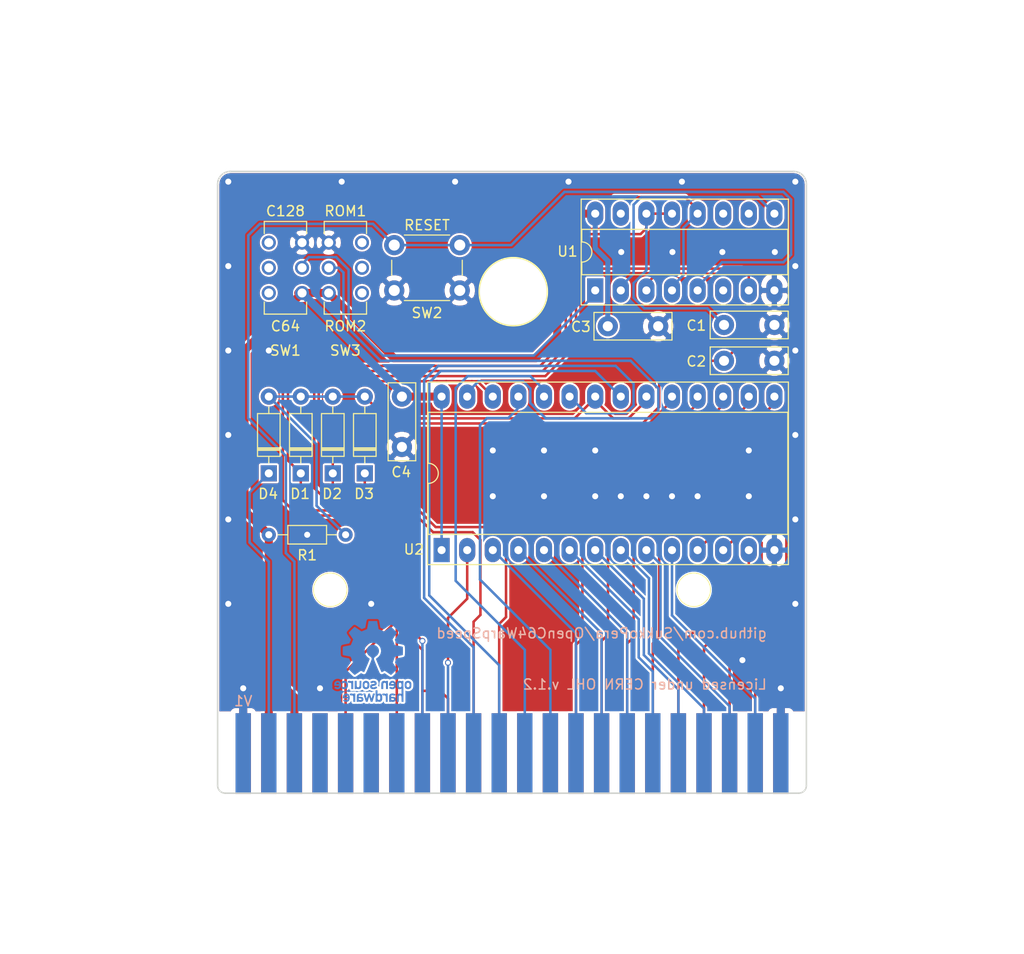
<source format=kicad_pcb>
(kicad_pcb (version 20171130) (host pcbnew 5.1.7)
  (title_block (title OpenC64WarpSpeed) (date 2020-10-25) (rev 1) (company SukkoPera) (comment 1 "Licensed under CERN OHL v.1.2") (comment 2 "Based on documentation provided by replay resources"))
  (layers (0 F.Cu signal) (31 B.Cu signal) (36 B.SilkS user) (37 F.SilkS user) (38 B.Mask user) (39 F.Mask user) (44 Edge.Cuts user))
  (net 0 "")
  (net 1 GND)
  (net 2 +5V)
  (net 3 "Net-(D1-Pad2)")
  (net 4 "Net-(C1-Pad1)")
  (net 5 "Net-(C2-Pad1)")
  (net 6 /~roml)
  (net 7 /~romh)
  (net 8 "Net-(P1-Pad5)")
  (net 9 "Net-(P1-Pad8)")
  (net 10 /d7)
  (net 11 /d6)
  (net 12 /d5)
  (net 13 /d4)
  (net 14 /d3)
  (net 15 /d2)
  (net 16 /d1)
  (net 17 /d0)
  (net 18 /a13)
  (net 19 /a12)
  (net 20 /a11)
  (net 21 /a10)
  (net 22 "Net-(P1-PadC)")
  (net 23 /a4)
  (net 24 /a3)
  (net 25 /a2)
  (net 26 /a1)
  (net 27 /a0)
  (net 28 /a7)
  (net 29 /a6)
  (net 30 /a5)
  (net 31 /a8)
  (net 32 /a9)
  (net 33 "Net-(SW1-Pad2)")
  (net 34 "Net-(U1-Pad2)")
  (net 35 "Net-(SW3-Pad2)")
  (module Diode_THT:D_DO-35_SOD27_P7.62mm_Horizontal (layer F.Cu) (at 67.945 97.79 90)
    (fp_text reference D1 (at -2.032 -0.0675 180) (layer F.SilkS))
    (fp_text value 1n4148)
    (pad 2 thru_hole oval (at 7.62 0 90) (size 1.6 1.6) (drill 0.8) (layers *.Cu *.Mask) (net 3 "Net-(D1-Pad2)"))
    (pad 1 thru_hole rect (at 0 0 90) (size 1.6 1.6) (drill 0.8) (layers *.Cu *.Mask) (net 4 "Net-(C1-Pad1)"))
  )
  (module Diode_THT:D_DO-35_SOD27_P7.62mm_Horizontal (layer F.Cu) (at 71.12 97.79 90)
    (fp_text reference D2 (at -2.032 -0.0675 180) (layer F.SilkS))
    (fp_text value 1n4148)
    (pad 1 thru_hole rect (at 0 0 90) (size 1.6 1.6) (drill 0.8) (layers *.Cu *.Mask) (net 5 "Net-(C2-Pad1)"))
    (pad 2 thru_hole oval (at 7.62 0 90) (size 1.6 1.6) (drill 0.8) (layers *.Cu *.Mask) (net 3 "Net-(D1-Pad2)"))
  )
  (module Diode_THT:D_DO-35_SOD27_P7.62mm_Horizontal (layer F.Cu) (at 74.295 97.79 90)
    (fp_text reference D3 (at -2.032 -0.0675 180) (layer F.SilkS))
    (fp_text value 1n4148)
    (pad 2 thru_hole oval (at 7.62 0 90) (size 1.6 1.6) (drill 0.8) (layers *.Cu *.Mask) (net 3 "Net-(D1-Pad2)"))
    (pad 1 thru_hole rect (at 0 0 90) (size 1.6 1.6) (drill 0.8) (layers *.Cu *.Mask) (net 6 /~roml))
  )
  (module Diode_THT:D_DO-35_SOD27_P7.62mm_Horizontal (layer F.Cu) (at 64.77 97.79 90)
    (fp_text reference D4 (at -2.032 -0.0675) (layer F.SilkS))
    (fp_text value 1n4148)
    (pad 2 thru_hole oval (at 7.62 0 90) (size 1.6 1.6) (drill 0.8) (layers *.Cu *.Mask) (net 3 "Net-(D1-Pad2)"))
    (pad 1 thru_hole rect (at 0 0 90) (size 1.6 1.6) (drill 0.8) (layers *.Cu *.Mask) (net 7 /~romh))
  )
  (module OpenC64WarpSpeed:C64-Cart (layer F.Cu) (at 59.69 129.54)
    (fp_text reference P1 hide)
    (fp_text value C64-Exp-Port hide)
    (pad 1 smd rect (at 2.54 -3.938274 180) (size 1.524 8) (layers F.Cu F.Paste F.Mask) (net 1 GND))
    (pad 4 smd rect (at 10.16 -3.938274 180) (size 1.524 8) (layers F.Cu F.Paste F.Mask))
    (pad 5 smd rect (at 12.7 -3.938274 180) (size 1.524 8) (layers F.Cu F.Paste F.Mask) (net 8 "Net-(P1-Pad5)"))
    (pad 6 smd rect (at 15.24 -3.938274 180) (size 1.524 8) (layers F.Cu F.Paste F.Mask))
    (pad 7 smd rect (at 17.78 -3.938274 180) (size 1.524 8) (layers F.Cu F.Paste F.Mask) (net 4 "Net-(C1-Pad1)"))
    (pad 8 smd rect (at 20.32 -3.938274 180) (size 1.524 8) (layers F.Cu F.Paste F.Mask) (net 9 "Net-(P1-Pad8)"))
    (pad 9 smd rect (at 22.86 -3.938274 180) (size 1.524 8) (layers F.Cu F.Paste F.Mask) (net 9 "Net-(P1-Pad8)"))
    (pad 10 smd rect (at 25.4 -3.938274 180) (size 1.524 8) (layers F.Cu F.Paste F.Mask) (net 5 "Net-(C2-Pad1)"))
    (pad 11 smd rect (at 27.94 -3.938274 180) (size 1.524 8) (layers F.Cu F.Paste F.Mask) (net 6 /~roml))
    (pad 13 smd rect (at 33.02 -3.938274 180) (size 1.524 8) (layers F.Cu F.Paste F.Mask))
    (pad 14 smd rect (at 35.56 -3.938274 180) (size 1.524 8) (layers F.Cu F.Paste F.Mask) (net 10 /d7))
    (pad 12 smd rect (at 30.48 -3.938274 180) (size 1.524 8) (layers F.Cu F.Paste F.Mask))
    (pad 2 smd rect (at 5.08 -3.938274 180) (size 1.524 8) (layers F.Cu F.Paste F.Mask) (net 2 +5V))
    (pad 3 smd rect (at 7.62 -3.938274 180) (size 1.524 8) (layers F.Cu F.Paste F.Mask) (net 2 +5V))
    (pad 15 smd rect (at 38.1 -3.938274 180) (size 1.524 8) (layers F.Cu F.Paste F.Mask) (net 11 /d6))
    (pad 16 smd rect (at 40.64 -3.938274 180) (size 1.524 8) (layers F.Cu F.Paste F.Mask) (net 12 /d5))
    (pad 17 smd rect (at 43.18 -3.938274 180) (size 1.524 8) (layers F.Cu F.Paste F.Mask) (net 13 /d4))
    (pad 18 smd rect (at 45.72 -3.938274 180) (size 1.524 8) (layers F.Cu F.Paste F.Mask) (net 14 /d3))
    (pad 19 smd rect (at 48.26 -3.938274 180) (size 1.524 8) (layers F.Cu F.Paste F.Mask) (net 15 /d2))
    (pad 20 smd rect (at 50.8 -3.938274 180) (size 1.524 8) (layers F.Cu F.Paste F.Mask) (net 16 /d1))
    (pad 21 smd rect (at 53.34 -3.938274 180) (size 1.524 8) (layers F.Cu F.Paste F.Mask) (net 17 /d0))
    (pad 22 smd rect (at 55.88 -3.938274 180) (size 1.524 8) (layers F.Cu F.Paste F.Mask) (net 1 GND))
    (pad F smd rect (at 15.24 -3.938274) (size 1.524 8) (layers B.Cu B.Paste B.Mask))
    (pad H smd rect (at 17.78 -3.938274) (size 1.524 8) (layers B.Cu B.Paste B.Mask))
    (pad J smd rect (at 20.32 -3.938274) (size 1.524 8) (layers B.Cu B.Paste B.Mask) (net 18 /a13))
    (pad K smd rect (at 22.86 -3.938274) (size 1.524 8) (layers B.Cu B.Paste B.Mask) (net 19 /a12))
    (pad L smd rect (at 25.4 -3.938274) (size 1.524 8) (layers B.Cu B.Paste B.Mask) (net 20 /a11))
    (pad M smd rect (at 27.94 -3.938274) (size 1.524 8) (layers B.Cu B.Paste B.Mask) (net 21 /a10))
    (pad B smd rect (at 5.08 -3.938274) (size 1.524 8) (layers B.Cu B.Paste B.Mask) (net 7 /~romh))
    (pad C smd rect (at 7.62 -3.938274) (size 1.524 8) (layers B.Cu B.Paste B.Mask) (net 22 "Net-(P1-PadC)"))
    (pad D smd rect (at 10.16 -3.938274) (size 1.524 8) (layers B.Cu B.Paste B.Mask))
    (pad E smd rect (at 12.7 -3.938274) (size 1.524 8) (layers B.Cu B.Paste B.Mask))
    (pad A smd rect (at 2.54 -3.938274) (size 1.524 8) (layers B.Cu B.Paste B.Mask) (net 1 GND))
    (pad U smd rect (at 43.18 -3.938274) (size 1.524 8) (layers B.Cu B.Paste B.Mask) (net 23 /a4))
    (pad V smd rect (at 45.72 -3.938274) (size 1.524 8) (layers B.Cu B.Paste B.Mask) (net 24 /a3))
    (pad W smd rect (at 48.26 -3.938274) (size 1.524 8) (layers B.Cu B.Paste B.Mask) (net 25 /a2))
    (pad X smd rect (at 50.8 -3.938274) (size 1.524 8) (layers B.Cu B.Paste B.Mask) (net 26 /a1))
    (pad Y smd rect (at 53.34 -3.938274) (size 1.524 8) (layers B.Cu B.Paste B.Mask) (net 27 /a0))
    (pad Z smd rect (at 55.88 -3.938274) (size 1.524 8) (layers B.Cu B.Paste B.Mask) (net 1 GND))
    (pad R smd rect (at 35.56 -3.938274) (size 1.524 8) (layers B.Cu B.Paste B.Mask) (net 28 /a7))
    (pad S smd rect (at 38.1 -3.938274) (size 1.524 8) (layers B.Cu B.Paste B.Mask) (net 29 /a6))
    (pad T smd rect (at 40.64 -3.938274) (size 1.524 8) (layers B.Cu B.Paste B.Mask) (net 30 /a5))
    (pad P smd rect (at 33.02 -3.938274) (size 1.524 8) (layers B.Cu B.Paste B.Mask) (net 31 /a8))
    (pad N smd rect (at 30.48 -3.938274) (size 1.524 8) (layers B.Cu B.Paste B.Mask) (net 32 /a9))
  )
  (module Package_DIP:DIP-16_W7.62mm_Socket_LongPads (layer F.Cu) (at 97.155 79.629 90)
    (fp_text reference U1 (at 3.8675 -2.7505 180) (layer F.SilkS))
    (fp_text value 74LS109)
    (pad 1 thru_hole rect (at 0 0 90) (size 2.4 1.6) (drill 0.8) (layers *.Cu *.Mask) (net 33 "Net-(SW1-Pad2)"))
    (pad 9 thru_hole oval (at 7.62 17.78 90) (size 2.4 1.6) (drill 0.8) (layers *.Cu *.Mask) (net 34 "Net-(U1-Pad2)"))
    (pad 2 thru_hole oval (at 0 2.54 90) (size 2.4 1.6) (drill 0.8) (layers *.Cu *.Mask) (net 34 "Net-(U1-Pad2)"))
    (pad 10 thru_hole oval (at 7.62 15.24 90) (size 2.4 1.6) (drill 0.8) (layers *.Cu *.Mask))
    (pad 3 thru_hole oval (at 0 5.08 90) (size 2.4 1.6) (drill 0.8) (layers *.Cu *.Mask) (net 5 "Net-(C2-Pad1)"))
    (pad 11 thru_hole oval (at 7.62 12.7 90) (size 2.4 1.6) (drill 0.8) (layers *.Cu *.Mask))
    (pad 4 thru_hole oval (at 0 7.62 90) (size 2.4 1.6) (drill 0.8) (layers *.Cu *.Mask) (net 8 "Net-(P1-Pad5)"))
    (pad 12 thru_hole oval (at 7.62 10.16 90) (size 2.4 1.6) (drill 0.8) (layers *.Cu *.Mask) (net 8 "Net-(P1-Pad5)"))
    (pad 5 thru_hole oval (at 0 10.16 90) (size 2.4 1.6) (drill 0.8) (layers *.Cu *.Mask) (net 22 "Net-(P1-PadC)"))
    (pad 13 thru_hole oval (at 7.62 7.62 90) (size 2.4 1.6) (drill 0.8) (layers *.Cu *.Mask) (net 4 "Net-(C1-Pad1)"))
    (pad 6 thru_hole oval (at 0 12.7 90) (size 2.4 1.6) (drill 0.8) (layers *.Cu *.Mask))
    (pad 14 thru_hole oval (at 7.62 5.08 90) (size 2.4 1.6) (drill 0.8) (layers *.Cu *.Mask) (net 4 "Net-(C1-Pad1)"))
    (pad 7 thru_hole oval (at 0 15.24 90) (size 2.4 1.6) (drill 0.8) (layers *.Cu *.Mask) (net 9 "Net-(P1-Pad8)"))
    (pad 15 thru_hole oval (at 7.62 2.54 90) (size 2.4 1.6) (drill 0.8) (layers *.Cu *.Mask))
    (pad 8 thru_hole oval (at 0 17.78 90) (size 2.4 1.6) (drill 0.8) (layers *.Cu *.Mask) (net 1 GND))
    (pad 16 thru_hole oval (at 7.62 0 90) (size 2.4 1.6) (drill 0.8) (layers *.Cu *.Mask) (net 2 +5V))
  )
  (module Button_Switch_THT:SW_PUSH_6mm (layer F.Cu) (at 77.216 75.133)
    (fp_text reference SW2 (at 3.25 6.731) (layer F.SilkS))
    (fp_text value SW_RESET)
    (pad 1 thru_hole circle (at 6.5 0 90) (size 2 2) (drill 1.1) (layers *.Cu *.Mask) (net 22 "Net-(P1-PadC)"))
    (pad 2 thru_hole circle (at 6.5 4.5 90) (size 2 2) (drill 1.1) (layers *.Cu *.Mask) (net 1 GND))
    (pad 1 thru_hole circle (at 0 0 90) (size 2 2) (drill 1.1) (layers *.Cu *.Mask) (net 22 "Net-(P1-PadC)"))
    (pad 2 thru_hole circle (at 0 4.5 90) (size 2 2) (drill 1.1) (layers *.Cu *.Mask) (net 1 GND))
  )
  (module MountingHole:MountingHole_6.4mm_M6 (layer F.Cu) (at 89.027 79.756)
    (fp_text reference H1 hide)
    (fp_text value MountingHole)
    (pad 1 np_thru_hole circle (at 0 0) (size 6.4 6.4) (drill 6.4) (layers *.Cu *.Mask))
  )
  (module MountingHole:MountingHole_3.2mm_M3 (layer F.Cu) (at 70.866 109.347)
    (fp_text reference H2 hide)
    (fp_text value MountingHole)
    (pad 1 np_thru_hole circle (at 0 0) (size 3.2 3.2) (drill 3.2) (layers *.Cu *.Mask))
  )
  (module MountingHole:MountingHole_3.2mm_M3 (layer F.Cu) (at 106.934 109.347)
    (fp_text reference H3 hide)
    (fp_text value MountingHole)
    (pad 1 np_thru_hole circle (at 0 0) (size 3.2 3.2) (drill 3.2) (layers *.Cu *.Mask))
  )
  (module OpenC64WarpSpeed:SW_DPDT (layer F.Cu) (at 68.07 74.883 270)
    (fp_text reference SW1 (at 10.715 1.65 180) (layer F.SilkS))
    (fp_text value SW_C64_C128)
    (pad 6 thru_hole circle (at 5 3.3 270) (size 1.4 1.4) (drill 0.9) (layers *.Cu *.Mask))
    (pad 5 thru_hole circle (at 2.5 3.3 270) (size 1.4 1.4) (drill 0.9) (layers *.Cu *.Mask))
    (pad 4 thru_hole circle (at 0 3.3 270) (size 1.4 1.4) (drill 0.9) (layers *.Cu *.Mask))
    (pad 3 thru_hole circle (at 5 0 270) (size 1.4 1.4) (drill 0.9) (layers *.Cu *.Mask) (net 2 +5V))
    (pad 2 thru_hole circle (at 2.5 0 270) (size 1.4 1.4) (drill 0.9) (layers *.Cu *.Mask) (net 33 "Net-(SW1-Pad2)"))
    (pad 1 thru_hole circle (at 0 0 270) (size 1.4 1.4) (drill 0.9) (layers *.Cu *.Mask) (net 1 GND))
  )
  (module Capacitor_THT:C_Disc_D7.5mm_W2.5mm_P5.00mm (layer F.Cu) (at 109.935 83.058)
    (fp_text reference C1 (at -2.747 0.0595) (layer F.SilkS))
    (fp_text value 47p)
    (pad 2 thru_hole circle (at 5 0) (size 2 2) (drill 1) (layers *.Cu *.Mask) (net 1 GND))
    (pad 1 thru_hole circle (at 0 0) (size 2 2) (drill 1) (layers *.Cu *.Mask) (net 4 "Net-(C1-Pad1)"))
  )
  (module Capacitor_THT:C_Disc_D7.5mm_W2.5mm_P5.00mm (layer F.Cu) (at 109.935 86.614)
    (fp_text reference C2 (at -2.747 0.0595) (layer F.SilkS))
    (fp_text value 47p)
    (pad 1 thru_hole circle (at 0 0) (size 2 2) (drill 1) (layers *.Cu *.Mask) (net 5 "Net-(C2-Pad1)"))
    (pad 2 thru_hole circle (at 5 0) (size 2 2) (drill 1) (layers *.Cu *.Mask) (net 1 GND))
  )
  (module Capacitor_THT:C_Disc_D7.5mm_W2.5mm_P5.00mm (layer F.Cu) (at 77.978 90.17 270)
    (fp_text reference C4 (at 7.493 0.0675 180) (layer F.SilkS))
    (fp_text value 100n)
    (pad 1 thru_hole circle (at 0 0 270) (size 2 2) (drill 1) (layers *.Cu *.Mask) (net 2 +5V))
    (pad 2 thru_hole circle (at 5 0 270) (size 2 2) (drill 1) (layers *.Cu *.Mask) (net 1 GND))
  )
  (module Capacitor_THT:C_Disc_D7.5mm_W2.5mm_P5.00mm (layer F.Cu) (at 98.405001 83.185)
    (fp_text reference C3 (at -2.667 0.0595) (layer F.SilkS))
    (fp_text value 100n)
    (pad 2 thru_hole circle (at 5 0) (size 2 2) (drill 1) (layers *.Cu *.Mask) (net 1 GND))
    (pad 1 thru_hole circle (at 0 0) (size 2 2) (drill 1) (layers *.Cu *.Mask) (net 2 +5V))
  )
  (module Resistor_THT:R_Axial_DIN0204_L3.6mm_D1.6mm_P7.62mm_Horizontal (layer F.Cu) (at 64.77 103.886)
    (fp_text reference R1 (at 3.81 2.032) (layer F.SilkS))
    (fp_text value 3.3k)
    (pad 1 thru_hole circle (at 0 0) (size 1.4 1.4) (drill 0.7) (layers *.Cu *.Mask) (net 2 +5V))
    (pad 2 thru_hole oval (at 7.62 0) (size 1.4 1.4) (drill 0.7) (layers *.Cu *.Mask) (net 3 "Net-(D1-Pad2)"))
  )
  (module Package_DIP:DIP-28_W15.24mm_Socket_LongPads (layer F.Cu) (at 81.915 105.41 90)
    (fp_text reference U2 (at 0.0675 -2.7505 180) (layer F.SilkS))
    (fp_text value 27512)
    (pad 1 thru_hole rect (at 0 0 90) (size 2.4 1.6) (drill 0.8) (layers *.Cu *.Mask) (net 2 +5V))
    (pad 15 thru_hole oval (at 15.24 33.02 90) (size 2.4 1.6) (drill 0.8) (layers *.Cu *.Mask) (net 14 /d3))
    (pad 2 thru_hole oval (at 0 2.54 90) (size 2.4 1.6) (drill 0.8) (layers *.Cu *.Mask) (net 19 /a12))
    (pad 16 thru_hole oval (at 15.24 30.48 90) (size 2.4 1.6) (drill 0.8) (layers *.Cu *.Mask) (net 13 /d4))
    (pad 3 thru_hole oval (at 0 5.08 90) (size 2.4 1.6) (drill 0.8) (layers *.Cu *.Mask) (net 28 /a7))
    (pad 17 thru_hole oval (at 15.24 27.94 90) (size 2.4 1.6) (drill 0.8) (layers *.Cu *.Mask) (net 12 /d5))
    (pad 4 thru_hole oval (at 0 7.62 90) (size 2.4 1.6) (drill 0.8) (layers *.Cu *.Mask) (net 29 /a6))
    (pad 18 thru_hole oval (at 15.24 25.4 90) (size 2.4 1.6) (drill 0.8) (layers *.Cu *.Mask) (net 11 /d6))
    (pad 5 thru_hole oval (at 0 10.16 90) (size 2.4 1.6) (drill 0.8) (layers *.Cu *.Mask) (net 30 /a5))
    (pad 19 thru_hole oval (at 15.24 22.86 90) (size 2.4 1.6) (drill 0.8) (layers *.Cu *.Mask) (net 10 /d7))
    (pad 6 thru_hole oval (at 0 12.7 90) (size 2.4 1.6) (drill 0.8) (layers *.Cu *.Mask) (net 23 /a4))
    (pad 20 thru_hole oval (at 15.24 20.32 90) (size 2.4 1.6) (drill 0.8) (layers *.Cu *.Mask) (net 3 "Net-(D1-Pad2)"))
    (pad 7 thru_hole oval (at 0 15.24 90) (size 2.4 1.6) (drill 0.8) (layers *.Cu *.Mask) (net 24 /a3))
    (pad 21 thru_hole oval (at 15.24 17.78 90) (size 2.4 1.6) (drill 0.8) (layers *.Cu *.Mask) (net 21 /a10))
    (pad 8 thru_hole oval (at 0 17.78 90) (size 2.4 1.6) (drill 0.8) (layers *.Cu *.Mask) (net 25 /a2))
    (pad 22 thru_hole oval (at 15.24 15.24 90) (size 2.4 1.6) (drill 0.8) (layers *.Cu *.Mask) (net 3 "Net-(D1-Pad2)"))
    (pad 9 thru_hole oval (at 0 20.32 90) (size 2.4 1.6) (drill 0.8) (layers *.Cu *.Mask) (net 26 /a1))
    (pad 23 thru_hole oval (at 15.24 12.7 90) (size 2.4 1.6) (drill 0.8) (layers *.Cu *.Mask) (net 20 /a11))
    (pad 10 thru_hole oval (at 0 22.86 90) (size 2.4 1.6) (drill 0.8) (layers *.Cu *.Mask) (net 27 /a0))
    (pad 24 thru_hole oval (at 15.24 10.16 90) (size 2.4 1.6) (drill 0.8) (layers *.Cu *.Mask) (net 32 /a9))
    (pad 11 thru_hole oval (at 0 25.4 90) (size 2.4 1.6) (drill 0.8) (layers *.Cu *.Mask) (net 17 /d0))
    (pad 25 thru_hole oval (at 15.24 7.62 90) (size 2.4 1.6) (drill 0.8) (layers *.Cu *.Mask) (net 31 /a8))
    (pad 12 thru_hole oval (at 0 27.94 90) (size 2.4 1.6) (drill 0.8) (layers *.Cu *.Mask) (net 16 /d1))
    (pad 26 thru_hole oval (at 15.24 5.08 90) (size 2.4 1.6) (drill 0.8) (layers *.Cu *.Mask) (net 18 /a13))
    (pad 13 thru_hole oval (at 0 30.48 90) (size 2.4 1.6) (drill 0.8) (layers *.Cu *.Mask) (net 15 /d2))
    (pad 27 thru_hole oval (at 15.24 2.54 90) (size 2.4 1.6) (drill 0.8) (layers *.Cu *.Mask) (net 35 "Net-(SW3-Pad2)"))
    (pad 14 thru_hole oval (at 0 33.02 90) (size 2.4 1.6) (drill 0.8) (layers *.Cu *.Mask) (net 1 GND))
    (pad 28 thru_hole oval (at 15.24 0 90) (size 2.4 1.6) (drill 0.8) (layers *.Cu *.Mask) (net 2 +5V))
  )
  (module OpenC64WarpSpeed:SW_DPDT (layer F.Cu) (at 70.718 79.883 90)
    (fp_text reference SW3 (at -5.715 1.65 180) (layer F.SilkS))
    (fp_text value SW_ROM)
    (pad 1 thru_hole circle (at 0 0 90) (size 1.4 1.4) (drill 0.9) (layers *.Cu *.Mask) (net 2 +5V))
    (pad 2 thru_hole circle (at 2.5 0 90) (size 1.4 1.4) (drill 0.9) (layers *.Cu *.Mask) (net 35 "Net-(SW3-Pad2)"))
    (pad 3 thru_hole circle (at 5 0 90) (size 1.4 1.4) (drill 0.9) (layers *.Cu *.Mask) (net 1 GND))
    (pad 4 thru_hole circle (at 0 3.3 90) (size 1.4 1.4) (drill 0.9) (layers *.Cu *.Mask))
    (pad 5 thru_hole circle (at 2.5 3.3 90) (size 1.4 1.4) (drill 0.9) (layers *.Cu *.Mask))
    (pad 6 thru_hole circle (at 5 3.3 90) (size 1.4 1.4) (drill 0.9) (layers *.Cu *.Mask))
  )
  (module Symbol:OSHW-Logo_7.5x8mm_Copper (layer B.Cu) (at 75.1005 116.459 180)
    (fp_text reference V0 hide)
    (fp_text value OSHW_LOGO hide)
    (fp_poly (pts (xy 0.500964 3.601424) (xy 0.576513 3.200678) (xy 1.134041 2.970846) (xy 1.468465 3.198252) (xy 1.562122 3.261569) (xy 1.646782 3.318104) (xy 1.718495 3.365273) (xy 1.773311 3.400498) (xy 1.80728 3.421195) (xy 1.81653 3.425658) (xy 1.833195 3.41418) (xy 1.868806 3.382449) (xy 1.919371 3.334517) (xy 1.9809 3.274438) (xy 2.049399 3.206267) (xy 2.120879 3.134055) (xy 2.191347 3.061858) (xy 2.256811 2.993727) (xy 2.31328 2.933717) (xy 2.356763 2.885881) (xy 2.383268 2.854273) (xy 2.389605 2.843695) (xy 2.380486 2.824194) (xy 2.35492 2.781469) (xy 2.315597 2.719702) (xy 2.265203 2.643069) (xy 2.206427 2.555752) (xy 2.172368 2.505948) (xy 2.110289 2.415007) (xy 2.055126 2.332941) (xy 2.009554 2.263837) (xy 1.97625 2.211778) (xy 1.95789 2.18085) (xy 1.955131 2.17435) (xy 1.961385 2.155879) (xy 1.978434 2.112828) (xy 2.003703 2.051251) (xy 2.034622 1.977201) (xy 2.068618 1.89673) (xy 2.103118 1.815893) (xy 2.135551 1.740742) (xy 2.163343 1.677329) (xy 2.183923 1.631707) (xy 2.194719 1.609931) (xy 2.195356 1.609074) (xy 2.212307 1.604916) (xy 2.257451 1.595639) (xy 2.32611 1.582156) (xy 2.413602 1.565379) (xy 2.51525 1.546219) (xy 2.574556 1.53517) (xy 2.683172 1.51449) (xy 2.781277 1.494811) (xy 2.863909 1.477211) (xy 2.926104 1.462767) (xy 2.962899 1.452554) (xy 2.970296 1.449314) (xy 2.97754 1.427383) (xy 2.983385 1.377853) (xy 2.987835 1.306515) (xy 2.990893 1.219161) (xy 2.992565 1.121583) (xy 2.992853 1.019574) (xy 2.991761 0.918925) (xy 2.989294 0.825428) (xy 2.985456 0.744875) (xy 2.98025 0.683058) (xy 2.973681 0.64577) (xy 2.969741 0.638007) (xy 2.946188 0.628702) (xy 2.896282 0.6154) (xy 2.826623 0.599663) (xy 2.743813 0.583054) (xy 2.714905 0.577681) (xy 2.575531 0.552152) (xy 2.465436 0.531592) (xy 2.380982 0.515185) (xy 2.31853 0.502113) (xy 2.274444 0.491559) (xy 2.245085 0.482706) (xy 2.226815 0.474737) (xy 2.215998 0.466835) (xy 2.214485 0.465273) (xy 2.199377 0.440114) (xy 2.176329 0.39115) (xy 2.147644 0.324379) (xy 2.115622 0.245795) (xy 2.082565 0.161393) (xy 2.050773 0.07717) (xy 2.022549 -0.000879) (xy 2.000193 -0.066759) (xy 1.986007 -0.114473) (xy 1.982293 -0.138027) (xy 1.982602 -0.138852) (xy 1.995189 -0.158104) (xy 2.023744 -0.200463) (xy 2.065267 -0.261521) (xy 2.116756 -0.336868) (xy 2.175211 -0.422096) (xy 2.191858 -0.446315) (xy 2.251215 -0.534123) (xy 2.303447 -0.614238) (xy 2.345708 -0.682062) (xy 2.375153 -0.732993) (xy 2.388937 -0.762431) (xy 2.389605 -0.766048) (xy 2.378024 -0.785057) (xy 2.346024 -0.822714) (xy 2.297718 -0.874973) (xy 2.23722 -0.937786) (xy 2.168644 -1.007106) (xy 2.096104 -1.078885) (xy 2.023712 -1.149077) (xy 1.955584 -1.213635) (xy 1.895832 -1.26851) (xy 1.848571 -1.309656) (xy 1.817913 -1.333026) (xy 1.809432 -1.336842) (xy 1.789691 -1.327855) (xy 1.749274 -1.303616) (xy 1.694763 -1.268209) (xy 1.652823 -1.239711) (xy 1.576829 -1.187418) (xy 1.486834 -1.125845) (xy 1.396564 -1.06437) (xy 1.348032 -1.031469) (xy 1.183762 -0.920359) (xy 1.045869 -0.994916) (xy 0.983049 -1.027578) (xy 0.929629 -1.052966) (xy 0.893484 -1.067446) (xy 0.884284 -1.06946) (xy 0.873221 -1.054584) (xy 0.851394 -1.012547) (xy 0.820434 -0.947227) (xy 0.78197 -0.8625) (xy 0.737632 -0.762245) (xy 0.689047 -0.650339) (xy 0.637846 -0.530659) (xy 0.585659 -0.407084) (xy 0.534113 -0.283491) (xy 0.48484 -0.163757) (xy 0.439467 -0.051759) (xy 0.399625 0.048623) (xy 0.366942 0.133514) (xy 0.343049 0.199035) (xy 0.329574 0.24131) (xy 0.327406 0.255828) (xy 0.344583 0.274347) (xy 0.38219 0.30441) (xy 0.432366 0.339768) (xy 0.436578 0.342566) (xy 0.566264 0.446375) (xy 0.670834 0.567485) (xy 0.749381 0.702024) (xy 0.800999 0.846118) (xy 0.824782 0.995895) (xy 0.819823 1.147483) (xy 0.785217 1.297008) (xy 0.720057 1.4406) (xy 0.700886 1.472016) (xy 0.601174 1.598875) (xy 0.483377 1.700745) (xy 0.351571 1.777096) (xy 0.209833 1.827398) (xy 0.062242 1.851121) (xy -0.087127 1.847735) (xy -0.234197 1.816712) (xy -0.374889 1.75752) (xy -0.505127 1.669631) (xy -0.545414 1.633958) (xy -0.647945 1.522294) (xy -0.722659 1.404743) (xy -0.77391 1.27298) (xy -0.802454 1.142493) (xy -0.8095 0.995784) (xy -0.786004 0.848347) (xy -0.734351 0.705166) (xy -0.656929 0.571223) (xy -0.556125 0.451502) (xy -0.434324 0.350986) (xy -0.418316 0.340391) (xy -0.367602 0.305694) (xy -0.32905 0.27563) (xy -0.310619 0.256435) (xy -0.310351 0.255828) (xy -0.314308 0.235064) (xy -0.329993 0.187938) (xy -0.355778 0.118327) (xy -0.390031 0.030107) (xy -0.431123 -0.072844) (xy -0.477424 -0.18665) (xy -0.527304 -0.307435) (xy -0.579133 -0.431321) (xy -0.631281 -0.554432) (xy -0.682118 -0.672891) (xy -0.730013 -0.782823) (xy -0.773338 -0.880349) (xy -0.810462 -0.961593) (xy -0.839756 -1.022679) (xy -0.859588 -1.05973) (xy -0.867574 -1.06946) (xy -0.891979 -1.061883) (xy -0.937642 -1.04156) (xy -0.99669 -1.012125) (xy -1.02916 -0.994916) (xy -1.167053 -0.920359) (xy -1.331323 -1.031469) (xy -1.415179 -1.08839) (xy -1.506987 -1.15103) (xy -1.59302 -1.210011) (xy -1.636113 -1.239711) (xy -1.696723 -1.28041) (xy -1.748045 -1.312663) (xy -1.783385 -1.332384) (xy -1.794863 -1.336554) (xy -1.81157 -1.325307) (xy -1.848546 -1.293911) (xy -1.902205 -1.245624) (xy -1.968962 -1.183708) (xy -2.045234 -1.111421) (xy -2.093473 -1.065008) (xy -2.177867 -0.982087) (xy -2.250803 -0.90792) (xy -2.309331 -0.84568) (xy -2.350503 -0.798541) (xy -2.371372 -0.769673) (xy -2.373374 -0.763815) (xy -2.364083 -0.741532) (xy -2.338409 -0.696477) (xy -2.2992 -0.633211) (xy -2.249303 -0.556295) (xy -2.191567 -0.470292) (xy -2.175149 -0.446315) (xy -2.115323 -0.35917) (xy -2.06165 -0.28071) (xy -2.01713 -0.215345) (xy -1.984765 -0.167484) (xy -1.967555 -0.141535) (xy -1.965893 -0.138852) (xy -1.968379 -0.118172) (xy -1.981577 -0.072704) (xy -2.003186 -0.008444) (xy -2.030904 0.068613) (xy -2.06243 0.152471) (xy -2.095463 0.237134) (xy -2.127701 0.316608) (xy -2.156843 0.384896) (xy -2.180588 0.436003) (xy -2.196635 0.463933) (xy -2.197775 0.465273) (xy -2.207588 0.473255) (xy -2.224161 0.481149) (xy -2.251132 0.489771) (xy -2.292139 0.499938) (xy -2.35082 0.512469) (xy -2.430813 0.528179) (xy -2.535755 0.547887) (xy -2.669285 0.572408) (xy -2.698196 0.577681) (xy -2.783882 0.594236) (xy -2.858582 0.610431) (xy -2.915694 0.624704) (xy -2.948617 0.635492) (xy -2.953031 0.638007) (xy -2.960306 0.660304) (xy -2.966219 0.710131) (xy -2.970766 0.781696) (xy -2.973945 0.869207) (xy -2.975749 0.966872) (xy -2.976177 1.068899) (xy -2.975223 1.169497) (xy -2.972884 1.262873) (xy -2.969156 1.343235) (xy -2.964034 1.404791) (xy -2.957516 1.44175) (xy -2.953586 1.449314) (xy -2.931708 1.456944) (xy -2.881891 1.469358) (xy -2.809097 1.485478) (xy -2.718289 1.504227) (xy -2.614431 1.524529) (xy -2.557846 1.53517) (xy -2.450486 1.55524) (xy -2.354746 1.57342) (xy -2.275306 1.588801) (xy -2.216846 1.600469) (xy -2.184045 1.607512) (xy -2.178646 1.609074) (xy -2.169522 1.626678) (xy -2.150235 1.669082) (xy -2.123355 1.730228) (xy -2.091454 1.804057) (xy -2.057102 1.884511) (xy -2.022871 1.965532) (xy -1.991331 2.041063) (xy -1.965054 2.105045) (xy -1.946611 2.15142) (xy -1.938571 2.174131) (xy -1.938422 2.175124) (xy -1.947535 2.193039) (xy -1.973086 2.234267) (xy -2.012388 2.294709) (xy -2.062757 2.370269) (xy -2.121506 2.456848) (xy -2.155658 2.506579) (xy -2.21789 2.597764) (xy -2.273164 2.680551) (xy -2.318782 2.750751) (xy -2.352048 2.804176) (xy -2.370264 2.836639) (xy -2.372895 2.843917) (xy -2.361586 2.860855) (xy -2.330319 2.897022) (xy -2.28309 2.948365) (xy -2.223892 3.010833) (xy -2.156719 3.080374) (xy -2.085566 3.152935) (xy -2.014426 3.224465) (xy -1.947293 3.290913) (xy -1.888161 3.348226) (xy -1.841025 3.392353) (xy -1.809877 3.419241) (xy -1.799457 3.425658) (xy -1.782491 3.416635) (xy -1.741911 3.391285) (xy -1.681663 3.35219) (xy -1.605693 3.301929) (xy -1.517946 3.243083) (xy -1.451756 3.198252) (xy -1.117332 2.970846) (xy -0.838567 3.085762) (xy -0.559803 3.200678) (xy -0.484254 3.601424) (xy -0.408706 4.002171) (xy 0.425415 4.002171) (xy 0.500964 3.601424)) (layer B.Cu) (width 0.01))
    (fp_poly (pts (xy 2.391388 -1.937645) (xy 2.448865 -1.955206) (xy 2.485872 -1.977395) (xy 2.497927 -1.994942) (xy 2.494609 -2.015742) (xy 2.473079 -2.048419) (xy 2.454874 -2.071562) (xy 2.417344 -2.113402) (xy 2.389148 -2.131005) (xy 2.365111 -2.129856) (xy 2.293808 -2.11171) (xy 2.241442 -2.112534) (xy 2.198918 -2.133098) (xy 2.184642 -2.145134) (xy 2.138947 -2.187483) (xy 2.138947 -2.740526) (xy 1.955131 -2.740526) (xy 1.955131 -1.938421) (xy 2.047039 -1.938421) (xy 2.102219 -1.940603) (xy 2.130688 -1.948351) (xy 2.138943 -1.963468) (xy 2.138947 -1.963916) (xy 2.142845 -1.979749) (xy 2.160474 -1.977684) (xy 2.184901 -1.966261) (xy 2.23535 -1.945005) (xy 2.276316 -1.932216) (xy 2.329028 -1.928938) (xy 2.391388 -1.937645)) (layer B.Cu) (width 0.01))
    (fp_poly (pts (xy -1.002043 -1.952226) (xy -0.960454 -1.97209) (xy -0.920175 -2.000784) (xy -0.88949 -2.033809) (xy -0.867139 -2.075931) (xy -0.851864 -2.131915) (xy -0.842408 -2.206528) (xy -0.837513 -2.304535) (xy -0.835919 -2.430702) (xy -0.835894 -2.443914) (xy -0.835527 -2.740526) (xy -1.019343 -2.740526) (xy -1.019343 -2.467081) (xy -1.019473 -2.365777) (xy -1.020379 -2.292353) (xy -1.022827 -2.241271) (xy -1.027586 -2.20699) (xy -1.035426 -2.183971) (xy -1.047115 -2.166673) (xy -1.063398 -2.149581) (xy -1.120366 -2.112857) (xy -1.182555 -2.106042) (xy -1.241801 -2.129261) (xy -1.262405 -2.146543) (xy -1.27753 -2.162791) (xy -1.28839 -2.180191) (xy -1.29569 -2.204212) (xy -1.300137 -2.240322) (xy -1.302436 -2.293988) (xy -1.303296 -2.37068) (xy -1.303422 -2.464043) (xy -1.303422 -2.740526) (xy -1.487237 -2.740526) (xy -1.487237 -1.938421) (xy -1.395329 -1.938421) (xy -1.340149 -1.940603) (xy -1.31168 -1.948351) (xy -1.303425 -1.963468) (xy -1.303422 -1.963916) (xy -1.299592 -1.97872) (xy -1.282699 -1.97704) (xy -1.249112 -1.960773) (xy -1.172937 -1.93684) (xy -1.0858 -1.934178) (xy -1.002043 -1.952226)) (layer B.Cu) (width 0.01))
    (fp_poly (pts (xy 3.558784 -1.935554) (xy 3.601574 -1.945949) (xy 3.683609 -1.984013) (xy 3.753757 -2.042149) (xy 3.802305 -2.111852) (xy 3.808975 -2.127502) (xy 3.818124 -2.168496) (xy 3.824529 -2.229138) (xy 3.82671 -2.29043) (xy 3.82671 -2.406316) (xy 3.584407 -2.406316) (xy 3.484471 -2.406693) (xy 3.414069 -2.408987) (xy 3.369313 -2.414938) (xy 3.346315 -2.426285) (xy 3.341189 -2.444771) (xy 3.350048 -2.472136) (xy 3.365917 -2.504155) (xy 3.410184 -2.557592) (xy 3.471699 -2.584215) (xy 3.546885 -2.583347) (xy 3.632053 -2.554371) (xy 3.705659 -2.518611) (xy 3.766734 -2.566904) (xy 3.82781 -2.615197) (xy 3.770351 -2.668285) (xy 3.693641 -2.718445) (xy 3.599302 -2.748688) (xy 3.497827 -2.757151) (xy 3.399711 -2.741974) (xy 3.383881 -2.736824) (xy 3.297647 -2.691791) (xy 3.233501 -2.624652) (xy 3.190091 -2.533405) (xy 3.166064 -2.416044) (xy 3.165784 -2.413529) (xy 3.163633 -2.285627) (xy 3.172329 -2.239997) (xy 3.342105 -2.239997) (xy 3.357697 -2.247013) (xy 3.400029 -2.252388) (xy 3.462434 -2.255457) (xy 3.501981 -2.255921) (xy 3.575728 -2.25563) (xy 3.62184 -2.253783) (xy 3.6461 -2.248912) (xy 3.654294 -2.239555) (xy 3.652206 -2.224245) (xy 3.650455 -2.218322) (xy 3.62056 -2.162668) (xy 3.573542 -2.117815) (xy 3.532049 -2.098105) (xy 3.476926 -2.099295) (xy 3.421068 -2.123875) (xy 3.374212 -2.16457) (xy 3.346094 -2.214108) (xy 3.342105 -2.239997) (xy 3.172329 -2.239997) (xy 3.185074 -2.173133) (xy 3.227611 -2.078727) (xy 3.288747 -2.005088) (xy 3.365985 -1.954893) (xy 3.45683 -1.930822) (xy 3.558784 -1.935554)) (layer B.Cu) (width 0.01))
    (fp_poly (pts (xy 2.946576 -1.945419) (xy 3.043395 -1.986549) (xy 3.07389 -2.006571) (xy 3.112865 -2.03734) (xy 3.137331 -2.061533) (xy 3.141578 -2.069413) (xy 3.129584 -2.086899) (xy 3.098887 -2.11657) (xy 3.074312 -2.137279) (xy 3.007046 -2.191336) (xy 2.95393 -2.146642) (xy 2.912884 -2.117789) (xy 2.872863 -2.107829) (xy 2.827059 -2.110261) (xy 2.754324 -2.128345) (xy 2.704256 -2.165881) (xy 2.673829 -2.226562) (xy 2.660017 -2.314081) (xy 2.660013 -2.314136) (xy 2.661208 -2.411958) (xy 2.679772 -2.48373) (xy 2.716804 -2.532595) (xy 2.74205 -2.549143) (xy 2.809097 -2.569749) (xy 2.880709 -2.569762) (xy 2.943015 -2.549768) (xy 2.957763 -2.54) (xy 2.99475 -2.515047) (xy 3.023668 -2.510958) (xy 3.054856 -2.52953) (xy 3.089336 -2.562887) (xy 3.143912 -2.619196) (xy 3.083318 -2.669142) (xy 2.989698 -2.725513) (xy 2.884125 -2.753293) (xy 2.773798 -2.751282) (xy 2.701343 -2.732862) (xy 2.616656 -2.68731) (xy 2.548927 -2.61565) (xy 2.518157 -2.565066) (xy 2.493236 -2.492488) (xy 2.480766 -2.400569) (xy 2.48067 -2.300948) (xy 2.49287 -2.205267) (xy 2.51729 -2.125169) (xy 2.521136 -2.116956) (xy 2.578093 -2.036413) (xy 2.655209 -1.977771) (xy 2.74639 -1.942247) (xy 2.845543 -1.931057) (xy 2.946576 -1.945419)) (layer B.Cu) (width 0.01))
    (fp_poly (pts (xy 1.320131 -2.198533) (xy 1.32171 -2.321089) (xy 1.327481 -2.414179) (xy 1.338991 -2.481651) (xy 1.35779 -2.527355) (xy 1.385426 -2.555139) (xy 1.423448 -2.568854) (xy 1.470526 -2.572358) (xy 1.519832 -2.568432) (xy 1.557283 -2.554089) (xy 1.584428 -2.525478) (xy 1.602815 -2.478751) (xy 1.613993 -2.410058) (xy 1.619511 -2.31555) (xy 1.620921 -2.198533) (xy 1.620921 -1.938421) (xy 1.804736 -1.938421) (xy 1.804736 -2.740526) (xy 1.712828 -2.740526) (xy 1.657422 -2.738281) (xy 1.628891 -2.730396) (xy 1.620921 -2.715428) (xy 1.61612 -2.702097) (xy 1.597014 -2.704917) (xy 1.558504 -2.723783) (xy 1.470239 -2.752887) (xy 1.376623 -2.750825) (xy 1.286921 -2.719221) (xy 1.244204 -2.694257) (xy 1.211621 -2.667226) (xy 1.187817 -2.633405) (xy 1.171439 -2.588068) (xy 1.161131 -2.526489) (xy 1.155541 -2.443943) (xy 1.153312 -2.335705) (xy 1.153026 -2.252004) (xy 1.153026 -1.938421) (xy 1.320131 -1.938421) (xy 1.320131 -2.198533)) (layer B.Cu) (width 0.01))
    (fp_poly (pts (xy 0.811669 -1.94831) (xy 0.896192 -1.99434) (xy 0.962321 -2.067006) (xy 0.993478 -2.126106) (xy 1.006855 -2.178305) (xy 1.015522 -2.252719) (xy 1.019237 -2.338442) (xy 1.017754 -2.424569) (xy 1.010831 -2.500193) (xy 1.002745 -2.540584) (xy 0.975465 -2.59584) (xy 0.92822 -2.65453) (xy 0.871282 -2.705852) (xy 0.814924 -2.739005) (xy 0.81355 -2.739531) (xy 0.743616 -2.754018) (xy 0.660737 -2.754377) (xy 0.581977 -2.741188) (xy 0.551566 -2.730617) (xy 0.473239 -2.686201) (xy 0.417143 -2.628007) (xy 0.380286 -2.550965) (xy 0.35968 -2.450001) (xy 0.355018 -2.397116) (xy 0.355613 -2.330663) (xy 0.534736 -2.330663) (xy 0.54077 -2.42763) (xy 0.558138 -2.501523) (xy 0.58574 -2.548736) (xy 0.605404 -2.562237) (xy 0.655787 -2.571651) (xy 0.715673 -2.568864) (xy 0.767449 -2.555316) (xy 0.781027 -2.547862) (xy 0.816849 -2.504451) (xy 0.840493 -2.438014) (xy 0.850558 -2.357161) (xy 0.845642 -2.270502) (xy 0.834655 -2.218349) (xy 0.803109 -2.157951) (xy 0.753311 -2.120197) (xy 0.693337 -2.107143) (xy 0.631264 -2.120849) (xy 0.583582 -2.154372) (xy 0.558525 -2.182031) (xy 0.5439 -2.209294) (xy 0.536929 -2.24619) (xy 0.534833 -2.30275) (xy 0.534736 -2.330663) (xy 0.355613 -2.330663) (xy 0.356282 -2.255994) (xy 0.379265 -2.140271) (xy 0.423972 -2.049941) (xy 0.490405 -1.985) (xy 0.578565 -1.945445) (xy 0.597495 -1.940858) (xy 0.711266 -1.93009) (xy 0.811669 -1.94831)) (layer B.Cu) (width 0.01))
    (fp_poly (pts (xy 0.018628 -1.935547) (xy 0.081908 -1.947548) (xy 0.147557 -1.972648) (xy 0.154572 -1.975848) (xy 0.204356 -2.002026) (xy 0.238834 -2.026353) (xy 0.249978 -2.041937) (xy 0.239366 -2.067353) (xy 0.213588 -2.104853) (xy 0.202146 -2.118852) (xy 0.154992 -2.173954) (xy 0.094201 -2.138086) (xy 0.036347 -2.114192) (xy -0.0305 -2.10142) (xy -0.094606 -2.100613) (xy -0.144236 -2.112615) (xy -0.156146 -2.120105) (xy -0.178828 -2.15445) (xy -0.181584 -2.194013) (xy -0.164612 -2.22492) (xy -0.154573 -2.230913) (xy -0.12449 -2.238357) (xy -0.071611 -2.247106) (xy -0.006425 -2.255467) (xy 0.0056 -2.256778) (xy 0.110297 -2.274888) (xy 0.186232 -2.305651) (xy 0.236592 -2.351907) (xy 0.264564 -2.416497) (xy 0.273278 -2.495387) (xy 0.26124 -2.585065) (xy 0.222151 -2.655486) (xy 0.155855 -2.706777) (xy 0.062194 -2.739067) (xy -0.041777 -2.751807) (xy -0.126562 -2.751654) (xy -0.195335 -2.740083) (xy -0.242303 -2.724109) (xy -0.30165 -2.696275) (xy -0.356494 -2.663973) (xy -0.375987 -2.649755) (xy -0.426119 -2.608835) (xy -0.305197 -2.486477) (xy -0.236457 -2.531967) (xy -0.167512 -2.566133) (xy -0.093889 -2.584004) (xy -0.023117 -2.585889) (xy 0.037274 -2.572101) (xy 0.079757 -2.542949) (xy 0.093474 -2.518352) (xy 0.091417 -2.478904) (xy 0.05733 -2.448737) (xy -0.008692 -2.427906) (xy -0.081026 -2.418279) (xy -0.192348 -2.39991) (xy -0.275048 -2.365254) (xy -0.330235 -2.313297) (xy -0.359012 -2.243023) (xy -0.362999 -2.159707) (xy -0.343307 -2.072681) (xy -0.298411 -2.006902) (xy -0.227909 -1.962068) (xy -0.131399 -1.937879) (xy -0.0599 -1.933137) (xy 0.018628 -1.935547)) (layer B.Cu) (width 0.01))
    (fp_poly (pts (xy -1.802982 -1.957027) (xy -1.78633 -1.964866) (xy -1.728695 -2.007086) (xy -1.674195 -2.0687) (xy -1.633501 -2.136543) (xy -1.621926 -2.167734) (xy -1.611366 -2.223449) (xy -1.605069 -2.290781) (xy -1.604304 -2.318585) (xy -1.604211 -2.406316) (xy -2.10915 -2.406316) (xy -2.098387 -2.45227) (xy -2.071967 -2.50662) (xy -2.025778 -2.553591) (xy -1.970828 -2.583848) (xy -1.935811 -2.590131) (xy -1.888323 -2.582506) (xy -1.831665 -2.563383) (xy -1.812418 -2.554584) (xy -1.741241 -2.519036) (xy -1.680498 -2.565367) (xy -1.645448 -2.596703) (xy -1.626798 -2.622567) (xy -1.625853 -2.630158) (xy -1.642515 -2.648556) (xy -1.67903 -2.676515) (xy -1.712172 -2.698327) (xy -1.801607 -2.737537) (xy -1.901871 -2.755285) (xy -2.001246 -2.75067) (xy -2.080461 -2.726551) (xy -2.16212 -2.674884) (xy -2.220151 -2.606856) (xy -2.256454 -2.518843) (xy -2.272928 -2.407216) (xy -2.274389 -2.356138) (xy -2.268543 -2.239091) (xy -2.267825 -2.235686) (xy -2.100511 -2.235686) (xy -2.095903 -2.246662) (xy -2.076964 -2.252715) (xy -2.037902 -2.25531) (xy -1.972923 -2.25591) (xy -1.947903 -2.255921) (xy -1.871779 -2.255014) (xy -1.823504 -2.25172) (xy -1.79754 -2.245181) (xy -1.788352 -2.234537) (xy -1.788027 -2.231119) (xy -1.798513 -2.203956) (xy -1.824758 -2.165903) (xy -1.836041 -2.152579) (xy -1.877928 -2.114896) (xy -1.921591 -2.10008) (xy -1.945115 -2.098842) (xy -2.008757 -2.114329) (xy -2.062127 -2.15593) (xy -2.095981 -2.216353) (xy -2.096581 -2.218322) (xy -2.100511 -2.235686) (xy -2.267825 -2.235686) (xy -2.249101 -2.146928) (xy -2.214078 -2.07319) (xy -2.171244 -2.020848) (xy -2.092052 -1.964092) (xy -1.99896 -1.933762) (xy -1.899945 -1.931021) (xy -1.802982 -1.957027)) (layer B.Cu) (width 0.01))
    (fp_poly (pts (xy -3.373216 -1.947104) (xy -3.285795 -1.985754) (xy -3.21943 -2.05029) (xy -3.174024 -2.140812) (xy -3.149482 -2.257418) (xy -3.147723 -2.275624) (xy -3.146344 -2.403984) (xy -3.164216 -2.516496) (xy -3.20025 -2.607688) (xy -3.219545 -2.637022) (xy -3.286755 -2.699106) (xy -3.37235 -2.739316) (xy -3.46811 -2.756003) (xy -3.565813 -2.747517) (xy -3.640083 -2.72138) (xy -3.703953 -2.677335) (xy -3.756154 -2.619587) (xy -3.757057 -2.618236) (xy -3.778256 -2.582593) (xy -3.792033 -2.546752) (xy -3.800376 -2.501519) (xy -3.805273 -2.437701) (xy -3.807431 -2.385368) (xy -3.808329 -2.33791) (xy -3.641257 -2.33791) (xy -3.639624 -2.385154) (xy -3.633696 -2.448046) (xy -3.623239 -2.488407) (xy -3.604381 -2.517122) (xy -3.586719 -2.533896) (xy -3.524106 -2.569016) (xy -3.458592 -2.57371) (xy -3.397579 -2.54844) (xy -3.367072 -2.520124) (xy -3.345089 -2.491589) (xy -3.332231 -2.464284) (xy -3.326588 -2.42875) (xy -3.326249 -2.375524) (xy -3.327988 -2.326506) (xy -3.331729 -2.256482) (xy -3.337659 -2.211064) (xy -3.348347 -2.18144) (xy -3.366361 -2.158797) (xy -3.380637 -2.145855) (xy -3.440349 -2.11186) (xy -3.504766 -2.110165) (xy -3.558781 -2.130301) (xy -3.60486 -2.172352) (xy -3.632311 -2.241428) (xy -3.641257 -2.33791) (xy -3.808329 -2.33791) (xy -3.809401 -2.281299) (xy -3.806036 -2.203468) (xy -3.795955 -2.14493) (xy -3.777774 -2.098737) (xy -3.75011 -2.057942) (xy -3.739854 -2.045828) (xy -3.675722 -1.985474) (xy -3.606934 -1.95022) (xy -3.522811 -1.93545) (xy -3.481791 -1.934243) (xy -3.373216 -1.947104)) (layer B.Cu) (width 0.01))
    (fp_poly (pts (xy 2.701193 -3.196078) (xy 2.781068 -3.216845) (xy 2.847962 -3.259705) (xy 2.880351 -3.291723) (xy 2.933445 -3.367413) (xy 2.963873 -3.455216) (xy 2.974327 -3.56315) (xy 2.97438 -3.571875) (xy 2.974473 -3.659605) (xy 2.469534 -3.659605) (xy 2.480298 -3.705559) (xy 2.499732 -3.747178) (xy 2.533745 -3.790544) (xy 2.54086 -3.797467) (xy 2.602003 -3.834935) (xy 2.671729 -3.841289) (xy 2.751987 -3.816638) (xy 2.765592 -3.81) (xy 2.807319 -3.789819) (xy 2.835268 -3.778321) (xy 2.840145 -3.777258) (xy 2.857168 -3.787583) (xy 2.889633 -3.812845) (xy 2.906114 -3.82665) (xy 2.940264 -3.858361) (xy 2.951478 -3.879299) (xy 2.943695 -3.89856) (xy 2.939535 -3.903827) (xy 2.911357 -3.926878) (xy 2.864862 -3.954892) (xy 2.832434 -3.971246) (xy 2.740385 -4.000059) (xy 2.638476 -4.009395) (xy 2.541963 -3.998332) (xy 2.514934 -3.990412) (xy 2.431276 -3.945581) (xy 2.369266 -3.876598) (xy 2.328545 -3.782794) (xy 2.308755 -3.663498) (xy 2.306582 -3.601118) (xy 2.312926 -3.510298) (xy 2.473157 -3.510298) (xy 2.488655 -3.517012) (xy 2.530312 -3.52228) (xy 2.590876 -3.525389) (xy 2.631907 -3.525921) (xy 2.705711 -3.525408) (xy 2.752293 -3.523006) (xy 2.777848 -3.517422) (xy 2.788569 -3.507361) (xy 2.790657 -3.492763) (xy 2.776331 -3.447796) (xy 2.740262 -3.403353) (xy 2.692815 -3.369242) (xy 2.645349 -3.355288) (xy 2.580879 -3.367666) (xy 2.52507 -3.403452) (xy 2.486374 -3.455033) (xy 2.473157 -3.510298) (xy 2.312926 -3.510298) (xy 2.315821 -3.468866) (xy 2.344336 -3.363498) (xy 2.392729 -3.284178) (xy 2.461604 -3.230071) (xy 2.551565 -3.200343) (xy 2.6003 -3.194618) (xy 2.701193 -3.196078)) (layer B.Cu) (width 0.01))
    (fp_poly (pts (xy 2.173167 -3.191447) (xy 2.237408 -3.204112) (xy 2.27398 -3.222864) (xy 2.312453 -3.254017) (xy 2.257717 -3.323127) (xy 2.223969 -3.364979) (xy 2.201053 -3.385398) (xy 2.178279 -3.388517) (xy 2.144956 -3.378472) (xy 2.129314 -3.372789) (xy 2.065542 -3.364404) (xy 2.00714 -3.382378) (xy 1.964264 -3.422982) (xy 1.957299 -3.435929) (xy 1.949713 -3.470224) (xy 1.943859 -3.533427) (xy 1.940011 -3.62106) (xy 1.938443 -3.72864) (xy 1.938421 -3.743944) (xy 1.938421 -4.010526) (xy 1.754605 -4.010526) (xy 1.754605 -3.19171) (xy 1.846513 -3.19171) (xy 1.899507 -3.193094) (xy 1.927115 -3.199252) (xy 1.937324 -3.213194) (xy 1.938421 -3.226344) (xy 1.938421 -3.260978) (xy 1.98245 -3.226344) (xy 2.032937 -3.202716) (xy 2.10076 -3.191033) (xy 2.173167 -3.191447)) (layer B.Cu) (width 0.01))
    (fp_poly (pts (xy 1.379992 -3.196673) (xy 1.450427 -3.21378) (xy 1.470787 -3.222844) (xy 1.510253 -3.246583) (xy 1.540541 -3.273321) (xy 1.562952 -3.307699) (xy 1.578786 -3.35436) (xy 1.589343 -3.417946) (xy 1.595924 -3.503099) (xy 1.599828 -3.614462) (xy 1.60131 -3.688849) (xy 1.606765 -4.010526) (xy 1.51358 -4.010526) (xy 1.457047 -4.008156) (xy 1.427922 -4.000055) (xy 1.420394 -3.986451) (xy 1.41642 -3.971741) (xy 1.398652 -3.974554) (xy 1.37444 -3.986348) (xy 1.313828 -4.004427) (xy 1.235929 -4.009299) (xy 1.153995 -4.00133) (xy 1.081281 -3.980889) (xy 1.074759 -3.978051) (xy 1.008302 -3.931365) (xy 0.964491 -3.866464) (xy 0.944332 -3.7906) (xy 0.945872 -3.763344) (xy 1.110345 -3.763344) (xy 1.124837 -3.800024) (xy 1.167805 -3.826309) (xy 1.237129 -3.840417) (xy 1.274177 -3.84229) (xy 1.335919 -3.837494) (xy 1.37696 -3.818858) (xy 1.386973 -3.81) (xy 1.4141 -3.761806) (xy 1.420394 -3.718092) (xy 1.420394 -3.659605) (xy 1.33893 -3.659605) (xy 1.244234 -3.664432) (xy 1.177813 -3.679613) (xy 1.135846 -3.7062) (xy 1.126449 -3.718052) (xy 1.110345 -3.763344) (xy 0.945872 -3.763344) (xy 0.948829 -3.711026) (xy 0.978985 -3.634995) (xy 1.020131 -3.583612) (xy 1.045052 -3.561397) (xy 1.069448 -3.546798) (xy 1.101191 -3.537897) (xy 1.148152 -3.532775) (xy 1.218204 -3.529515) (xy 1.24599 -3.528577) (xy 1.420394 -3.522879) (xy 1.420138 -3.470091) (xy 1.413384 -3.414603) (xy 1.388964 -3.381052) (xy 1.33963 -3.359618) (xy 1.338306 -3.359236) (xy 1.26836 -3.350808) (xy 1.199914 -3.361816) (xy 1.149047 -3.388585) (xy 1.128637 -3.401803) (xy 1.106654 -3.399974) (xy 1.072826 -3.380824) (xy 1.052961 -3.367308) (xy 1.014106 -3.338432) (xy 0.990038 -3.316786) (xy 0.986176 -3.310589) (xy 1.002079 -3.278519) (xy 1.049065 -3.240219) (xy 1.069473 -3.227297) (xy 1.128143 -3.205041) (xy 1.207212 -3.192432) (xy 1.295041 -3.1896) (xy 1.379992 -3.196673)) (layer B.Cu) (width 0.01))
    (fp_poly (pts (xy 0.37413 -3.195104) (xy 0.44022 -3.200066) (xy 0.526626 -3.459079) (xy 0.613031 -3.718092) (xy 0.640124 -3.626184) (xy 0.656428 -3.569384) (xy 0.677875 -3.492625) (xy 0.701035 -3.408251) (xy 0.71328 -3.362993) (xy 0.759344 -3.19171) (xy 0.949387 -3.19171) (xy 0.892582 -3.371349) (xy 0.864607 -3.459704) (xy 0.830813 -3.566281) (xy 0.79552 -3.677454) (xy 0.764013 -3.776579) (xy 0.69225 -4.002171) (xy 0.537286 -4.012253) (xy 0.49527 -3.873528) (xy 0.469359 -3.787351) (xy 0.441083 -3.692347) (xy 0.416369 -3.608441) (xy 0.415394 -3.605102) (xy 0.396935 -3.548248) (xy 0.380649 -3.509456) (xy 0.369242 -3.494787) (xy 0.366898 -3.496483) (xy 0.358671 -3.519225) (xy 0.343038 -3.56794) (xy 0.321904 -3.636502) (xy 0.29717 -3.718785) (xy 0.283787 -3.764046) (xy 0.211311 -4.010526) (xy 0.057495 -4.010526) (xy -0.065469 -3.622006) (xy -0.100012 -3.513022) (xy -0.131479 -3.414048) (xy -0.158384 -3.329736) (xy -0.179241 -3.264734) (xy -0.192562 -3.223692) (xy -0.196612 -3.211701) (xy -0.193406 -3.199423) (xy -0.168235 -3.194046) (xy -0.115854 -3.194584) (xy -0.107655 -3.19499) (xy -0.010518 -3.200066) (xy 0.0531 -3.434013) (xy 0.076484 -3.519333) (xy 0.097381 -3.594335) (xy 0.113951 -3.652507) (xy 0.124354 -3.687337) (xy 0.126276 -3.693016) (xy 0.134241 -3.686486) (xy 0.150304 -3.652654) (xy 0.172621 -3.596127) (xy 0.199345 -3.52151) (xy 0.221937 -3.454107) (xy 0.308041 -3.190143) (xy 0.37413 -3.195104)) (layer B.Cu) (width 0.01))
    (fp_poly (pts (xy -0.267369 -4.010526) (xy -0.359277 -4.010526) (xy -0.412623 -4.008962) (xy -0.440407 -4.002485) (xy -0.45041 -3.988418) (xy -0.451185 -3.978906) (xy -0.452872 -3.959832) (xy -0.46351 -3.956174) (xy -0.491465 -3.967932) (xy -0.513205 -3.978906) (xy -0.596668 -4.004911) (xy -0.687396 -4.006416) (xy -0.761158 -3.987021) (xy -0.829846 -3.940165) (xy -0.882206 -3.871004) (xy -0.910878 -3.789427) (xy -0.911608 -3.784866) (xy -0.915868 -3.735101) (xy -0.917986 -3.663659) (xy -0.917816 -3.609626) (xy -0.73528 -3.609626) (xy -0.731051 -3.681441) (xy -0.721432 -3.740634) (xy -0.70841 -3.77406) (xy -0.659144 -3.81974) (xy -0.60065 -3.836115) (xy -0.540329 -3.822873) (xy -0.488783 -3.783373) (xy -0.469262 -3.756807) (xy -0.457848 -3.725106) (xy -0.452502 -3.678832) (xy -0.451185 -3.609328) (xy -0.453542 -3.540499) (xy -0.459767 -3.480026) (xy -0.468592 -3.439556) (xy -0.470063 -3.435929) (xy -0.505653 -3.392802) (xy -0.5576 -3.369124) (xy -0.615722 -3.365301) (xy -0.66984 -3.381738) (xy -0.709774 -3.41884) (xy -0.713917 -3.426222) (xy -0.726884 -3.471239) (xy -0.733948 -3.535967) (xy -0.73528 -3.609626) (xy -0.917816 -3.609626) (xy -0.917729 -3.58223) (xy -0.916528 -3.538405) (xy -0.908355 -3.429988) (xy -0.89137 -3.348588) (xy -0.863113 -3.288412) (xy -0.821128 -3.243666) (xy -0.780368 -3.2174) (xy -0.723419 -3.198935) (xy -0.652589 -3.192602) (xy -0.580059 -3.19776) (xy -0.518014 -3.213769) (xy -0.485232 -3.23292) (xy -0.451185 -3.263732) (xy -0.451185 -2.87421) (xy -0.267369 -2.87421) (xy -0.267369 -4.010526)) (layer B.Cu) (width 0.01))
    (fp_poly (pts (xy -1.320119 -3.193486) (xy -1.295112 -3.200982) (xy -1.28705 -3.217451) (xy -1.286711 -3.224886) (xy -1.285264 -3.245594) (xy -1.275302 -3.248845) (xy -1.248388 -3.234648) (xy -1.232402 -3.224948) (xy -1.181967 -3.204175) (xy -1.121728 -3.193904) (xy -1.058566 -3.193114) (xy -0.999363 -3.200786) (xy -0.950998 -3.215898) (xy -0.920354 -3.237432) (xy -0.914311 -3.264366) (xy -0.917361 -3.27166) (xy -0.939594 -3.301937) (xy -0.97407 -3.339175) (xy -0.980306 -3.345195) (xy -1.013167 -3.372875) (xy -1.04152 -3.381818) (xy -1.081173 -3.375576) (xy -1.097058 -3.371429) (xy -1.146491 -3.361467) (xy -1.181248 -3.365947) (xy -1.2106 -3.381746) (xy -1.237487 -3.402949) (xy -1.25729 -3.429614) (xy -1.271052 -3.466827) (xy -1.279816 -3.519673) (xy -1.284626 -3.593237) (xy -1.286526 -3.692605) (xy -1.286711 -3.752601) (xy -1.286711 -4.010526) (xy -1.453816 -4.010526) (xy -1.453816 -3.19171) (xy -1.370264 -3.19171) (xy -1.320119 -3.193486)) (layer B.Cu) (width 0.01))
    (fp_poly (pts (xy -1.839543 -3.198184) (xy -1.76093 -3.21916) (xy -1.701084 -3.25718) (xy -1.658853 -3.306978) (xy -1.645725 -3.32823) (xy -1.636032 -3.350492) (xy -1.629256 -3.37897) (xy -1.624877 -3.418871) (xy -1.622376 -3.475401) (xy -1.621232 -3.553767) (xy -1.620928 -3.659176) (xy -1.620922 -3.687142) (xy -1.620922 -4.010526) (xy -1.701132 -4.010526) (xy -1.752294 -4.006943) (xy -1.790123 -3.997866) (xy -1.799601 -3.992268) (xy -1.825512 -3.982606) (xy -1.851976 -3.992268) (xy -1.895548 -4.00433) (xy -1.95884 -4.009185) (xy -2.02899 -4.007078) (xy -2.09314 -3.998256) (xy -2.130593 -3.986937) (xy -2.203067 -3.940412) (xy -2.24836 -3.875846) (xy -2.268722 -3.79) (xy -2.268912 -3.787796) (xy -2.267125 -3.749713) (xy -2.105527 -3.749713) (xy -2.091399 -3.79303) (xy -2.068388 -3.817408) (xy -2.022196 -3.835845) (xy -1.961225 -3.843205) (xy -1.899051 -3.839583) (xy -1.849249 -3.825074) (xy -1.835297 -3.815765) (xy -1.810915 -3.772753) (xy -1.804737 -3.723857) (xy -1.804737 -3.659605) (xy -1.897182 -3.659605) (xy -1.985005 -3.666366) (xy -2.051582 -3.68552) (xy -2.092998 -3.715376) (xy -2.105527 -3.749713) (xy -2.267125 -3.749713) (xy -2.26451 -3.694004) (xy -2.233576 -3.619847) (xy -2.175419 -3.563767) (xy -2.16738 -3.558665) (xy -2.132837 -3.542055) (xy -2.090082 -3.531996) (xy -2.030314 -3.527107) (xy -1.95931 -3.525983) (xy -1.804737 -3.525921) (xy -1.804737 -3.461125) (xy -1.811294 -3.41085) (xy -1.828025 -3.377169) (xy -1.829984 -3.375376) (xy -1.867217 -3.360642) (xy -1.92342 -3.354931) (xy -1.985533 -3.357737) (xy -2.04049 -3.368556) (xy -2.073101 -3.384782) (xy -2.090772 -3.39778) (xy -2.109431 -3.400262) (xy -2.135181 -3.389613) (xy -2.174127 -3.363218) (xy -2.23237 -3.318465) (xy -2.237716 -3.314273) (xy -2.234977 -3.29876) (xy -2.212124 -3.27296) (xy -2.177391 -3.244289) (xy -2.13901 -3.220166) (xy -2.126952 -3.21447) (xy -2.082966 -3.203103) (xy -2.018513 -3.194995) (xy -1.946503 -3.191743) (xy -1.943136 -3.191736) (xy -1.839543 -3.198184)) (layer B.Cu) (width 0.01))
    (fp_poly (pts (xy -2.53664 -1.952468) (xy -2.501408 -1.969874) (xy -2.45796 -2.000206) (xy -2.426294 -2.033283) (xy -2.404606 -2.074817) (xy -2.391097 -2.130522) (xy -2.383962 -2.206111) (xy -2.3814 -2.307296) (xy -2.38125 -2.350797) (xy -2.381688 -2.446135) (xy -2.383504 -2.514271) (xy -2.387455 -2.561418) (xy -2.394298 -2.59379) (xy -2.404789 -2.6176) (xy -2.415704 -2.633843) (xy -2.485381 -2.702952) (xy -2.567434 -2.744521) (xy -2.65595 -2.757023) (xy -2.745019 -2.738934) (xy -2.773237 -2.726142) (xy -2.84079 -2.690931) (xy -2.84079 -3.2427) (xy -2.791488 -3.217205) (xy -2.726527 -3.19748) (xy -2.64668 -3.192427) (xy -2.566948 -3.201756) (xy -2.506735 -3.222714) (xy -2.456792 -3.262627) (xy -2.414119 -3.319741) (xy -2.41091 -3.325605) (xy -2.397378 -3.353227) (xy -2.387495 -3.381068) (xy -2.380691 -3.414794) (xy -2.376399 -3.460071) (xy -2.374049 -3.522562) (xy -2.373072 -3.607935) (xy -2.372895 -3.70401) (xy -2.372895 -4.010526) (xy -2.556711 -4.010526) (xy -2.556711 -3.445339) (xy -2.608125 -3.402077) (xy -2.661534 -3.367472) (xy -2.712112 -3.36118) (xy -2.76297 -3.377372) (xy -2.790075 -3.393227) (xy -2.810249 -3.41581) (xy -2.824597 -3.44994) (xy -2.834224 -3.500434) (xy -2.840237 -3.572111) (xy -2.84374 -3.669788) (xy -2.844974 -3.734802) (xy -2.849145 -4.002171) (xy -2.936875 -4.007222) (xy -3.024606 -4.012273) (xy -3.024606 -2.353101) (xy -2.84079 -2.353101) (xy -2.836104 -2.4456) (xy -2.820312 -2.509809) (xy -2.790817 -2.549759) (xy -2.74502 -2.56948) (xy -2.69875 -2.573421) (xy -2.646372 -2.568892) (xy -2.61161 -2.551069) (xy -2.589872 -2.527519) (xy -2.57276 -2.502189) (xy -2.562573 -2.473969) (xy -2.55804 -2.434431) (xy -2.557891 -2.375142) (xy -2.559416 -2.325498) (xy -2.562919 -2.25071) (xy -2.568133 -2.201611) (xy -2.576913 -2.170467) (xy -2.591114 -2.149545) (xy -2.604516 -2.137452) (xy -2.660513 -2.111081) (xy -2.726789 -2.106822) (xy -2.764844 -2.115906) (xy -2.802523 -2.148196) (xy -2.827481 -2.211006) (xy -2.839578 -2.303894) (xy -2.84079 -2.353101) (xy -3.024606 -2.353101) (xy -3.024606 -1.938421) (xy -2.932698 -1.938421) (xy -2.877517 -1.940603) (xy -2.849048 -1.948351) (xy -2.840794 -1.963468) (xy -2.84079 -1.963916) (xy -2.83696 -1.97872) (xy -2.820067 -1.977039) (xy -2.786481 -1.960772) (xy -2.708222 -1.935887) (xy -2.620173 -1.933271) (xy -2.53664 -1.952468)) (layer B.Cu) (width 0.01))
  )
  (gr_text "Licensed under CERN OHL v.1.2" (at 102.075714 118.745) (layer B.SilkS) (effects (font (size 1 1)) (justify mirror)))
  (gr_text ROM2 (at 72.368 83.185) (layer F.SilkS) (effects (font (size 1 1))))
  (gr_text ROM1 (at 72.368 71.755) (layer F.SilkS) (effects (font (size 1 1))))
  (gr_text C128 (at 66.42 71.755) (layer F.SilkS) (effects (font (size 1 1))))
  (gr_text C64 (at 66.42 83.185) (layer F.SilkS) (effects (font (size 1 1))))
  (gr_circle (center 70.866 109.347) (end 69.596 110.363) (layer F.SilkS) (width 0.15))
  (gr_circle (center 106.934 109.347) (end 105.664 110.363) (layer F.SilkS) (width 0.15))
  (gr_circle (center 89.027 79.756) (end 86.233 81.661) (layer F.SilkS) (width 0.15))
  (gr_text RESET (at 80.466 73.152) (layer F.SilkS) (effects (font (size 1 1))))
  (gr_arc (start 60.96 69.088) (end 59.69 69.088) (angle 90) (layer Edge.Cuts) (width 0.15))
  (gr_arc (start 116.84 69.088) (end 116.84 67.818) (angle 90) (layer Edge.Cuts) (width 0.15))
  (gr_arc (start 117.348 128.778) (end 118.11 128.778) (angle 90) (layer Edge.Cuts) (width 0.15))
  (gr_arc (start 60.452 128.778) (end 60.452 129.54) (angle 90) (layer Edge.Cuts) (width 0.15))
  (gr_text V1 (at 62.23 120.396) (layer B.SilkS) (effects (font (size 1 1)) (justify mirror)))
  (gr_text github.com/SukkoPera/OpenC64WarpSpeed (at 97.789999 113.665) (layer B.SilkS) (effects (font (size 1 1)) (justify mirror)))
  (gr_line (start 59.69 128.778) (end 59.69 69.088) (layer Edge.Cuts) (width 0.15))
  (gr_line (start 117.348 129.54) (end 60.452 129.54) (layer Edge.Cuts) (width 0.15))
  (gr_line (start 118.11 69.088) (end 118.11 128.778) (layer Edge.Cuts) (width 0.15))
  (gr_line (start 60.96 67.818) (end 116.84 67.818) (layer Edge.Cuts) (width 0.15))
  (via (at 115.57 119.126) (size 0.8) (drill 0.6) (layers F.Cu B.Cu) (net 1))
  (segment (start 115.57 125.601726) (end 115.57 119.126) (width 0.8) (layer B.Cu) (net 1))
  (segment (start 115.57 125.601726) (end 115.57 119.126) (width 0.8) (layer F.Cu) (net 1))
  (via (at 62.23 119.126) (size 0.8) (drill 0.6) (layers F.Cu B.Cu) (net 1))
  (segment (start 62.23 125.601726) (end 62.23 119.253) (width 0.8) (layer F.Cu) (net 1))
  (segment (start 62.23 119.126) (end 62.23 125.601726) (width 0.8) (layer B.Cu) (net 1))
  (via (at 60.7495 110.744) (size 0.8) (drill 0.6) (layers F.Cu B.Cu) (net 1))
  (via (at 60.7495 102.362) (size 0.8) (drill 0.6) (layers F.Cu B.Cu) (net 1))
  (via (at 60.7495 93.98) (size 0.8) (drill 0.6) (layers F.Cu B.Cu) (net 1))
  (via (at 60.7495 85.598) (size 0.8) (drill 0.6) (layers F.Cu B.Cu) (net 1))
  (via (at 60.7495 77.216) (size 0.8) (drill 0.6) (layers F.Cu B.Cu) (net 1))
  (via (at 60.7495 68.834) (size 0.8) (drill 0.6) (layers F.Cu B.Cu) (net 1))
  (via (at 117.0105 77.216) (size 0.8) (drill 0.6) (layers F.Cu B.Cu) (net 1))
  (via (at 117.0105 68.834) (size 0.8) (drill 0.6) (layers F.Cu B.Cu) (net 1))
  (via (at 117.0105 110.744) (size 0.8) (drill 0.6) (layers F.Cu B.Cu) (net 1))
  (via (at 117.0105 93.98) (size 0.8) (drill 0.6) (layers F.Cu B.Cu) (net 1))
  (via (at 117.0105 102.362) (size 0.8) (drill 0.6) (layers F.Cu B.Cu) (net 1))
  (via (at 117.0105 85.598) (size 0.8) (drill 0.6) (layers F.Cu B.Cu) (net 1))
  (via (at 72.0017 68.834) (size 0.8) (drill 0.6) (layers F.Cu B.Cu) (net 1))
  (via (at 83.2539 68.834) (size 0.8) (drill 0.6) (layers F.Cu B.Cu) (net 1))
  (via (at 94.5061 68.834) (size 0.8) (drill 0.6) (layers F.Cu B.Cu) (net 1))
  (via (at 105.7583 68.834) (size 0.8) (drill 0.6) (layers F.Cu B.Cu) (net 1))
  (via (at 99.7385 75.818999) (size 0.8) (drill 0.6) (layers F.Cu B.Cu) (net 1))
  (via (at 104.8185 75.818999) (size 0.8) (drill 0.6) (layers F.Cu B.Cu) (net 1))
  (via (at 109.7715 75.818999) (size 0.8) (drill 0.6) (layers F.Cu B.Cu) (net 1))
  (via (at 114.9785 75.818999) (size 0.8) (drill 0.6) (layers F.Cu B.Cu) (net 1))
  (via (at 86.995 95.516666) (size 0.8) (drill 0.6) (layers F.Cu B.Cu) (net 1))
  (via (at 92.075 95.516666) (size 0.8) (drill 0.6) (layers F.Cu B.Cu) (net 1))
  (via (at 97.155 95.516666) (size 0.8) (drill 0.6) (layers F.Cu B.Cu) (net 1))
  (via (at 86.995 100.063333) (size 0.8) (drill 0.6) (layers F.Cu B.Cu) (net 1))
  (via (at 92.075 100.063333) (size 0.8) (drill 0.6) (layers F.Cu B.Cu) (net 1))
  (via (at 97.155 100.063333) (size 0.8) (drill 0.6) (layers F.Cu B.Cu) (net 1))
  (via (at 102.235 100.063333) (size 0.8) (drill 0.6) (layers F.Cu B.Cu) (net 1))
  (via (at 107.315 100.063333) (size 0.8) (drill 0.6) (layers F.Cu B.Cu) (net 1))
  (via (at 112.395 100.063333) (size 0.8) (drill 0.6) (layers F.Cu B.Cu) (net 1))
  (via (at 99.695 100.063333) (size 0.8) (drill 0.6) (layers F.Cu B.Cu) (net 1))
  (via (at 104.775 100.063333) (size 0.8) (drill 0.6) (layers F.Cu B.Cu) (net 1))
  (via (at 112.395 95.516666) (size 0.8) (drill 0.6) (layers F.Cu B.Cu) (net 1))
  (via (at 64.77 85.598) (size 0.8) (drill 0.6) (layers F.Cu B.Cu) (net 1))
  (via (at 69.85 119.126) (size 0.8) (drill 0.6) (layers F.Cu B.Cu) (net 1))
  (via (at 111.759999 116.332) (size 0.8) (drill 0.6) (layers F.Cu B.Cu) (net 1))
  (via (at 74.93 110.744) (size 0.8) (drill 0.6) (layers F.Cu B.Cu) (net 1))
  (via (at 68.579999 103.886) (size 0.8) (drill 0.6) (layers F.Cu B.Cu) (net 1))
  (segment (start 62.357 101.473) (end 64.77 103.886) (width 0.8) (layer F.Cu) (net 2))
  (segment (start 64.77 119.38) (end 64.77 125.601726) (width 0.8) (layer F.Cu) (net 2))
  (segment (start 64.77 103.886) (end 64.77 105.41) (width 0.8) (layer F.Cu) (net 2))
  (segment (start 64.77 105.41) (end 64.77 119.38) (width 0.8) (layer F.Cu) (net 2))
  (segment (start 66.675 119.38) (end 64.77 119.38) (width 0.8) (layer F.Cu) (net 2))
  (segment (start 67.31 120.015) (end 66.675 119.38) (width 0.8) (layer F.Cu) (net 2))
  (segment (start 67.31 125.601726) (end 67.31 120.015) (width 0.8) (layer F.Cu) (net 2))
  (segment (start 97.155 75.438) (end 98.405001 76.688001) (width 0.5) (layer B.Cu) (net 2))
  (segment (start 97.155 72.009) (end 97.155 75.438) (width 0.5) (layer B.Cu) (net 2))
  (segment (start 77.978 90.17) (end 81.915 90.17) (width 0.8) (layer F.Cu) (net 2))
  (segment (start 98.405001 81.553999) (end 98.405001 83.185) (width 0.5) (layer B.Cu) (net 2))
  (segment (start 98.405001 76.688001) (end 98.405001 81.553999) (width 0.5) (layer B.Cu) (net 2))
  (segment (start 98.405001 81.553999) (end 98.405001 81.895001) (width 0.5) (layer B.Cu) (net 2))
  (segment (start 62.357 86.868) (end 62.357 101.473) (width 0.8) (layer F.Cu) (net 2))
  (segment (start 67.691 79.883) (end 70.5285 79.883) (width 0.8) (layer F.Cu) (net 2))
  (segment (start 77.978 89.791) (end 77.978 90.17) (width 0.8) (layer B.Cu) (net 2))
  (segment (start 68.07 79.883) (end 77.978 89.791) (width 0.8) (layer B.Cu) (net 2))
  (segment (start 81.915 90.17) (end 81.915 105.41) (width 0.25) (layer B.Cu) (net 2))
  (segment (start 62.357 85.596) (end 62.357 86.4435) (width 0.8) (layer F.Cu) (net 2))
  (segment (start 68.07 79.883) (end 62.357 85.596) (width 0.8) (layer F.Cu) (net 2))
  (segment (start 62.357 86.4435) (end 62.357 86.868) (width 0.8) (layer F.Cu) (net 2))
  (segment (start 77.195 86.36) (end 70.718 79.883) (width 0.8) (layer F.Cu) (net 2))
  (segment (start 97.155 72.009) (end 95.555 72.009) (width 0.8) (layer F.Cu) (net 2))
  (segment (start 93.3885 74.1755) (end 93.3885 84.201) (width 0.8) (layer F.Cu) (net 2))
  (segment (start 95.555 72.009) (end 93.3885 74.1755) (width 0.8) (layer F.Cu) (net 2))
  (segment (start 93.3885 84.201) (end 91.2295 86.36) (width 0.8) (layer F.Cu) (net 2))
  (segment (start 91.2295 86.36) (end 77.195 86.36) (width 0.8) (layer F.Cu) (net 2))
  (segment (start 102.235 90.551) (end 100.457 92.329) (width 0.25) (layer F.Cu) (net 3))
  (segment (start 102.235 90.17) (end 102.235 90.551) (width 0.25) (layer F.Cu) (net 3))
  (segment (start 97.155 90.17) (end 97.155 90.297) (width 0.25) (layer F.Cu) (net 3))
  (segment (start 95.123 92.329) (end 93.599 92.329) (width 0.25) (layer F.Cu) (net 3))
  (segment (start 97.155 90.297) (end 95.123 92.329) (width 0.25) (layer F.Cu) (net 3))
  (segment (start 97.155 90.17) (end 97.155 90.551) (width 0.25) (layer F.Cu) (net 3))
  (segment (start 98.933 92.329) (end 100.457 92.329) (width 0.25) (layer F.Cu) (net 3))
  (segment (start 97.155 90.551) (end 98.933 92.329) (width 0.25) (layer F.Cu) (net 3))
  (segment (start 65.90137 90.17) (end 68.453 90.17) (width 0.25) (layer B.Cu) (net 3))
  (segment (start 64.77 90.17) (end 65.90137 90.17) (width 0.25) (layer B.Cu) (net 3))
  (segment (start 76.454 92.329) (end 80.01 92.329) (width 0.25) (layer F.Cu) (net 3))
  (segment (start 74.295 90.17) (end 76.454 92.329) (width 0.25) (layer F.Cu) (net 3))
  (segment (start 93.599 92.329) (end 80.01 92.329) (width 0.25) (layer F.Cu) (net 3))
  (segment (start 80.01 92.329) (end 78.867 92.329) (width 0.25) (layer F.Cu) (net 3))
  (segment (start 68.453 90.17) (end 71.374 90.17) (width 0.25) (layer B.Cu) (net 3))
  (segment (start 71.374 90.17) (end 74.295 90.17) (width 0.25) (layer B.Cu) (net 3))
  (segment (start 69.5125 101.0085) (end 72.39 103.886) (width 0.25) (layer B.Cu) (net 3))
  (segment (start 64.77 90.17) (end 69.5125 94.9125) (width 0.25) (layer B.Cu) (net 3))
  (segment (start 69.5125 94.9125) (end 69.5125 95.377) (width 0.25) (layer B.Cu) (net 3))
  (segment (start 69.5125 95.377) (end 69.5125 101.0085) (width 0.25) (layer B.Cu) (net 3))
  (segment (start 102.235 72.009) (end 104.775 72.009) (width 0.25) (layer F.Cu) (net 4))
  (segment (start 108.284 81.407) (end 109.935 83.058) (width 0.25) (layer B.Cu) (net 4))
  (segment (start 100.965 78.907996) (end 100.965 80.350004) (width 0.25) (layer B.Cu) (net 4))
  (segment (start 102.235 77.637996) (end 100.965 78.907996) (width 0.25) (layer B.Cu) (net 4))
  (segment (start 100.965 80.350004) (end 102.021996 81.407) (width 0.25) (layer B.Cu) (net 4))
  (segment (start 102.235 72.009) (end 102.235 77.637996) (width 0.25) (layer B.Cu) (net 4))
  (segment (start 102.021996 81.407) (end 108.284 81.407) (width 0.25) (layer B.Cu) (net 4))
  (segment (start 77.47 102.235) (end 77.47 125.601726) (width 0.25) (layer F.Cu) (net 4))
  (segment (start 76.708 101.473) (end 77.47 102.235) (width 0.25) (layer F.Cu) (net 4))
  (segment (start 67.945 97.79) (end 67.945 100.457) (width 0.25) (layer F.Cu) (net 4))
  (segment (start 68.961 101.473) (end 71.374 101.473) (width 0.25) (layer F.Cu) (net 4))
  (segment (start 67.945 100.457) (end 68.961 101.473) (width 0.25) (layer F.Cu) (net 4))
  (segment (start 71.374 101.473) (end 76.708 101.473) (width 0.25) (layer F.Cu) (net 4))
  (segment (start 66.675 96.52) (end 66.675 95.631) (width 0.25) (layer F.Cu) (net 4))
  (segment (start 67.945 97.79) (end 66.675 96.52) (width 0.25) (layer F.Cu) (net 4))
  (segment (start 66.675 96.012) (end 66.675 95.631) (width 0.25) (layer F.Cu) (net 4))
  (segment (start 101.653 74.041) (end 102.235 73.459) (width 0.25) (layer F.Cu) (net 4))
  (segment (start 102.235 73.459) (end 102.235 72.009) (width 0.25) (layer F.Cu) (net 4))
  (segment (start 94.742 74.7195) (end 95.4205 74.041) (width 0.25) (layer F.Cu) (net 4))
  (segment (start 66.675 88.392) (end 67.437 87.63) (width 0.25) (layer F.Cu) (net 4))
  (segment (start 67.437 87.63) (end 91.948 87.63) (width 0.25) (layer F.Cu) (net 4))
  (segment (start 66.675 95.631) (end 66.675 88.392) (width 0.25) (layer F.Cu) (net 4))
  (segment (start 95.4205 74.041) (end 101.653 74.041) (width 0.25) (layer F.Cu) (net 4))
  (segment (start 94.742 84.836) (end 94.742 74.7195) (width 0.25) (layer F.Cu) (net 4))
  (segment (start 91.948 87.63) (end 94.742 84.836) (width 0.25) (layer F.Cu) (net 4))
  (segment (start 107.315 86.614) (end 106.265 86.614) (width 0.25) (layer F.Cu) (net 5))
  (segment (start 103.505 89.374) (end 103.505 89.789) (width 0.25) (layer F.Cu) (net 5))
  (segment (start 107.315 86.614) (end 109.935 86.614) (width 0.25) (layer F.Cu) (net 5))
  (segment (start 71.755 92.837) (end 71.12 93.472) (width 0.25) (layer F.Cu) (net 5))
  (segment (start 71.12 93.472) (end 71.12 97.79) (width 0.25) (layer F.Cu) (net 5))
  (segment (start 101.854 92.837) (end 71.755 92.837) (width 0.25) (layer F.Cu) (net 5))
  (segment (start 103.505 89.789) (end 103.505 91.186) (width 0.25) (layer F.Cu) (net 5))
  (segment (start 103.505 91.186) (end 101.854 92.837) (width 0.25) (layer F.Cu) (net 5))
  (segment (start 111.260001 85.288999) (end 110.934999 85.614001) (width 0.25) (layer F.Cu) (net 5))
  (segment (start 102.235 78.994) (end 103.251 77.978) (width 0.25) (layer F.Cu) (net 5))
  (segment (start 102.235 79.629) (end 102.235 78.994) (width 0.25) (layer F.Cu) (net 5))
  (segment (start 103.251 77.978) (end 110.195004 77.978) (width 0.25) (layer F.Cu) (net 5))
  (segment (start 110.934999 85.614001) (end 109.935 86.614) (width 0.25) (layer F.Cu) (net 5))
  (segment (start 104.775 86.614) (end 107.315 86.614) (width 0.25) (layer F.Cu) (net 5))
  (segment (start 103.505 87.884) (end 104.775 86.614) (width 0.25) (layer F.Cu) (net 5))
  (segment (start 103.505 89.789) (end 103.505 87.884) (width 0.25) (layer F.Cu) (net 5))
  (segment (start 111.260001 79.383001) (end 111.260001 85.288999) (width 0.25) (layer F.Cu) (net 5))
  (segment (start 110.506002 77.978) (end 111.260001 78.731999) (width 0.25) (layer F.Cu) (net 5))
  (segment (start 110.49 77.978) (end 110.506002 77.978) (width 0.25) (layer F.Cu) (net 5))
  (segment (start 110.195004 77.978) (end 110.49 77.978) (width 0.25) (layer F.Cu) (net 5))
  (segment (start 111.260001 79.383001) (end 111.260001 78.731999) (width 0.25) (layer F.Cu) (net 5))
  (segment (start 85.7685 111.8435) (end 85.09 112.522) (width 0.25) (layer F.Cu) (net 5))
  (segment (start 85.7685 104.394) (end 85.7685 111.8435) (width 0.25) (layer F.Cu) (net 5))
  (segment (start 71.882 99.949) (end 77.3865 99.949) (width 0.25) (layer F.Cu) (net 5))
  (segment (start 85.09 112.522) (end 85.09 125.601726) (width 0.25) (layer F.Cu) (net 5))
  (segment (start 71.12 97.79) (end 71.12 99.187) (width 0.25) (layer F.Cu) (net 5))
  (segment (start 77.3865 99.949) (end 81.0695 103.632) (width 0.25) (layer F.Cu) (net 5))
  (segment (start 85.0065 103.632) (end 85.7685 104.394) (width 0.25) (layer F.Cu) (net 5))
  (segment (start 71.12 99.187) (end 71.882 99.949) (width 0.25) (layer F.Cu) (net 5))
  (segment (start 81.0695 103.632) (end 85.0065 103.632) (width 0.25) (layer F.Cu) (net 5))
  (segment (start 87.63 112.7325) (end 87.63 125.601726) (width 0.25) (layer F.Cu) (net 6))
  (segment (start 88.3085 104.14) (end 88.3085 112.054) (width 0.25) (layer F.Cu) (net 6))
  (segment (start 88.3085 112.054) (end 87.63 112.7325) (width 0.25) (layer F.Cu) (net 6))
  (segment (start 87.2925 103.124) (end 88.3085 104.14) (width 0.25) (layer F.Cu) (net 6))
  (segment (start 74.295 97.79) (end 74.295 98.84) (width 0.25) (layer F.Cu) (net 6))
  (segment (start 77.6405 99.441) (end 81.3235 103.124) (width 0.25) (layer F.Cu) (net 6))
  (segment (start 74.295 98.84) (end 74.896 99.441) (width 0.25) (layer F.Cu) (net 6))
  (segment (start 74.896 99.441) (end 77.6405 99.441) (width 0.25) (layer F.Cu) (net 6))
  (segment (start 81.3235 103.124) (end 87.2925 103.124) (width 0.25) (layer F.Cu) (net 6))
  (segment (start 64.77 118.11) (end 64.77 125.601726) (width 0.25) (layer B.Cu) (net 7))
  (segment (start 64.77 106.553) (end 64.77 118.11) (width 0.25) (layer B.Cu) (net 7))
  (segment (start 62.865 104.648) (end 64.77 106.553) (width 0.25) (layer B.Cu) (net 7))
  (segment (start 64.77 97.79) (end 62.865 99.695) (width 0.25) (layer B.Cu) (net 7))
  (segment (start 62.865 99.695) (end 62.865 104.648) (width 0.25) (layer B.Cu) (net 7))
  (segment (start 105.918 73.406) (end 107.315 72.009) (width 0.25) (layer B.Cu) (net 8))
  (segment (start 105.918 78.105) (end 105.918 73.406) (width 0.25) (layer B.Cu) (net 8))
  (segment (start 104.775 79.248) (end 105.918 78.105) (width 0.25) (layer B.Cu) (net 8))
  (segment (start 104.775 79.629) (end 104.775 79.248) (width 0.25) (layer B.Cu) (net 8))
  (segment (start 72.39 117.475) (end 72.39 125.601726) (width 0.25) (layer F.Cu) (net 8))
  (segment (start 76.962 112.903) (end 72.39 117.475) (width 0.25) (layer F.Cu) (net 8))
  (segment (start 76.454 101.981) (end 76.962 102.489) (width 0.25) (layer F.Cu) (net 8))
  (segment (start 66.167 100.457) (end 67.691 101.981) (width 0.25) (layer F.Cu) (net 8))
  (segment (start 66.167 88.138) (end 66.167 100.457) (width 0.25) (layer F.Cu) (net 8))
  (segment (start 67.183 87.122) (end 66.167 88.138) (width 0.25) (layer F.Cu) (net 8))
  (segment (start 91.694 87.122) (end 67.183 87.122) (width 0.25) (layer F.Cu) (net 8))
  (segment (start 76.962 102.489) (end 76.962 112.903) (width 0.25) (layer F.Cu) (net 8))
  (segment (start 94.234 84.582) (end 91.694 87.122) (width 0.25) (layer F.Cu) (net 8))
  (segment (start 99.06 70.358) (end 98.28001 71.13799) (width 0.25) (layer F.Cu) (net 8))
  (segment (start 95.1665 73.533) (end 94.234 74.4655) (width 0.25) (layer F.Cu) (net 8))
  (segment (start 107.315 72.009) (end 107.315 71.609) (width 0.25) (layer F.Cu) (net 8))
  (segment (start 107.315 71.609) (end 106.064 70.358) (width 0.25) (layer F.Cu) (net 8))
  (segment (start 106.064 70.358) (end 99.06 70.358) (width 0.25) (layer F.Cu) (net 8))
  (segment (start 94.234 74.4655) (end 94.234 84.582) (width 0.25) (layer F.Cu) (net 8))
  (segment (start 98.28001 71.13799) (end 98.28001 72.874994) (width 0.25) (layer F.Cu) (net 8))
  (segment (start 98.28001 72.874994) (end 97.620994 73.53401) (width 0.25) (layer F.Cu) (net 8))
  (segment (start 97.620994 73.53401) (end 96.689006 73.53401) (width 0.25) (layer F.Cu) (net 8))
  (segment (start 96.689006 73.53401) (end 96.687996 73.533) (width 0.25) (layer F.Cu) (net 8))
  (segment (start 67.691 101.981) (end 76.454 101.981) (width 0.25) (layer F.Cu) (net 8))
  (segment (start 96.687996 73.533) (end 95.1665 73.533) (width 0.25) (layer F.Cu) (net 8))
  (segment (start 82.55 125.601726) (end 82.55 120.142) (width 0.25) (layer F.Cu) (net 9))
  (segment (start 81.788 119.38) (end 80.01 119.38) (width 0.25) (layer F.Cu) (net 9))
  (segment (start 82.55 120.142) (end 81.788 119.38) (width 0.25) (layer F.Cu) (net 9))
  (segment (start 80.01 125.601726) (end 80.01 119.38) (width 0.25) (layer F.Cu) (net 9))
  (segment (start 77.978 101.981) (end 77.978 113.284) (width 0.25) (layer F.Cu) (net 9))
  (segment (start 76.962 100.965) (end 77.978 101.981) (width 0.25) (layer F.Cu) (net 9))
  (segment (start 96.139 77.47) (end 95.25 78.359) (width 0.25) (layer F.Cu) (net 9))
  (segment (start 111.686 77.47) (end 96.139 77.47) (width 0.25) (layer F.Cu) (net 9))
  (segment (start 95.25 78.359) (end 95.25 85.09) (width 0.25) (layer F.Cu) (net 9))
  (segment (start 112.395 78.179) (end 111.686 77.47) (width 0.25) (layer F.Cu) (net 9))
  (segment (start 95.25 85.09) (end 92.202 88.138) (width 0.25) (layer F.Cu) (net 9))
  (segment (start 92.202 88.138) (end 70.612 88.138) (width 0.25) (layer F.Cu) (net 9))
  (segment (start 80.01 115.316) (end 80.01 119.38) (width 0.25) (layer F.Cu) (net 9))
  (segment (start 70.612 88.138) (end 69.272989 89.477011) (width 0.25) (layer F.Cu) (net 9))
  (segment (start 69.272989 89.477011) (end 69.272989 99.244989) (width 0.25) (layer F.Cu) (net 9))
  (segment (start 77.978 113.284) (end 80.01 115.316) (width 0.25) (layer F.Cu) (net 9))
  (segment (start 69.272989 99.244989) (end 70.993 100.965) (width 0.25) (layer F.Cu) (net 9))
  (segment (start 112.395 79.629) (end 112.395 78.179) (width 0.25) (layer F.Cu) (net 9))
  (segment (start 70.993 100.965) (end 76.962 100.965) (width 0.25) (layer F.Cu) (net 9))
  (segment (start 104.775 90.57) (end 95.885 99.46) (width 0.25) (layer F.Cu) (net 10))
  (segment (start 104.775 90.17) (end 104.775 90.57) (width 0.25) (layer F.Cu) (net 10))
  (segment (start 95.885 99.46) (end 95.885 114.173) (width 0.25) (layer F.Cu) (net 10))
  (segment (start 95.25 114.808) (end 95.25 125.601726) (width 0.25) (layer F.Cu) (net 10))
  (segment (start 95.885 114.173) (end 95.25 114.808) (width 0.25) (layer F.Cu) (net 10))
  (segment (start 97.79 114.427) (end 97.79 125.601726) (width 0.25) (layer F.Cu) (net 11))
  (segment (start 98.425 99.7385) (end 98.425 113.792) (width 0.25) (layer F.Cu) (net 11))
  (segment (start 98.425 113.792) (end 97.79 114.427) (width 0.25) (layer F.Cu) (net 11))
  (segment (start 107.315 90.8485) (end 98.425 99.7385) (width 0.25) (layer F.Cu) (net 11))
  (segment (start 107.315 90.17) (end 107.315 90.8485) (width 0.25) (layer F.Cu) (net 11))
  (segment (start 100.965 99.8655) (end 100.965 114.046) (width 0.25) (layer F.Cu) (net 12))
  (segment (start 100.33 114.681) (end 100.33 125.601726) (width 0.25) (layer F.Cu) (net 12))
  (segment (start 100.965 114.046) (end 100.33 114.681) (width 0.25) (layer F.Cu) (net 12))
  (segment (start 109.855 90.9755) (end 100.965 99.8655) (width 0.25) (layer F.Cu) (net 12))
  (segment (start 109.855 90.17) (end 109.855 90.9755) (width 0.25) (layer F.Cu) (net 12))
  (segment (start 103.505 114.046) (end 102.87 114.681) (width 0.25) (layer F.Cu) (net 13))
  (segment (start 103.505 99.7385) (end 103.505 114.046) (width 0.25) (layer F.Cu) (net 13))
  (segment (start 112.395 90.8485) (end 103.505 99.7385) (width 0.25) (layer F.Cu) (net 13))
  (segment (start 102.87 114.681) (end 102.87 125.601726) (width 0.25) (layer F.Cu) (net 13))
  (segment (start 112.395 90.17) (end 112.395 90.8485) (width 0.25) (layer F.Cu) (net 13))
  (segment (start 105.41 115.062) (end 105.41 125.601726) (width 0.25) (layer F.Cu) (net 14))
  (segment (start 109.855 110.617) (end 105.41 115.062) (width 0.25) (layer F.Cu) (net 14))
  (segment (start 109.855 108.077) (end 109.855 110.617) (width 0.25) (layer F.Cu) (net 14))
  (segment (start 114.935 90.17) (end 114.935 90.8485) (width 0.25) (layer F.Cu) (net 14))
  (segment (start 114.935 90.8485) (end 106.045 99.7385) (width 0.25) (layer F.Cu) (net 14))
  (segment (start 106.045 106.426) (end 106.807 107.188) (width 0.25) (layer F.Cu) (net 14))
  (segment (start 106.045 99.7385) (end 106.045 106.426) (width 0.25) (layer F.Cu) (net 14))
  (segment (start 108.966 107.188) (end 109.855 108.077) (width 0.25) (layer F.Cu) (net 14))
  (segment (start 106.807 107.188) (end 108.966 107.188) (width 0.25) (layer F.Cu) (net 14))
  (segment (start 107.95 115.062) (end 107.95 125.601726) (width 0.25) (layer F.Cu) (net 15))
  (segment (start 112.395 110.617) (end 110.871 112.141) (width 0.25) (layer F.Cu) (net 15))
  (segment (start 112.395 105.41) (end 112.395 110.617) (width 0.25) (layer F.Cu) (net 15))
  (segment (start 110.998 112.014) (end 110.871 112.141) (width 0.25) (layer F.Cu) (net 15))
  (segment (start 110.871 112.141) (end 107.95 115.062) (width 0.25) (layer F.Cu) (net 15))
  (segment (start 110.49 115.062) (end 110.49 125.601726) (width 0.25) (layer F.Cu) (net 16))
  (segment (start 112.395 113.157) (end 112.268 113.284) (width 0.25) (layer F.Cu) (net 16))
  (segment (start 112.268 113.284) (end 110.49 115.062) (width 0.25) (layer F.Cu) (net 16))
  (segment (start 111.927996 103.886) (end 111.379 103.886) (width 0.25) (layer F.Cu) (net 16))
  (segment (start 111.379 103.886) (end 109.855 105.41) (width 0.25) (layer F.Cu) (net 16))
  (segment (start 111.929006 103.88499) (end 111.927996 103.886) (width 0.25) (layer F.Cu) (net 16))
  (segment (start 113.665 104.688996) (end 112.860994 103.88499) (width 0.25) (layer F.Cu) (net 16))
  (segment (start 112.860994 103.88499) (end 111.929006 103.88499) (width 0.25) (layer F.Cu) (net 16))
  (segment (start 113.665 111.887) (end 113.665 104.688996) (width 0.25) (layer F.Cu) (net 16))
  (segment (start 112.268 113.284) (end 113.665 111.887) (width 0.25) (layer F.Cu) (net 16))
  (segment (start 113.03 114.935) (end 113.03 125.601726) (width 0.25) (layer F.Cu) (net 17))
  (segment (start 113.52001 114.44499) (end 113.411 114.554) (width 0.25) (layer F.Cu) (net 17))
  (segment (start 113.411 114.554) (end 113.03 114.935) (width 0.25) (layer F.Cu) (net 17))
  (segment (start 116.1215 111.8435) (end 113.411 114.554) (width 0.25) (layer F.Cu) (net 17))
  (segment (start 115.443 103.378) (end 116.1215 104.0565) (width 0.25) (layer F.Cu) (net 17))
  (segment (start 116.1215 104.0565) (end 116.1215 111.8435) (width 0.25) (layer F.Cu) (net 17))
  (segment (start 107.315 105.41) (end 109.347 103.378) (width 0.25) (layer F.Cu) (net 17))
  (segment (start 109.347 103.378) (end 115.443 103.378) (width 0.25) (layer F.Cu) (net 17))
  (via (at 80.01 114.427) (size 0.6) (drill 0.4) (layers F.Cu B.Cu) (net 18))
  (segment (start 80.01 114.427) (end 80.01 125.601726) (width 0.25) (layer B.Cu) (net 18))
  (segment (start 78.486 101.727) (end 78.486 112.903) (width 0.25) (layer F.Cu) (net 18))
  (segment (start 78.486 112.903) (end 80.01 114.427) (width 0.25) (layer F.Cu) (net 18))
  (segment (start 71.247 100.457) (end 77.216 100.457) (width 0.25) (layer F.Cu) (net 18))
  (segment (start 69.723 98.933) (end 71.247 100.457) (width 0.25) (layer F.Cu) (net 18))
  (segment (start 69.723 89.789) (end 69.723 98.933) (width 0.25) (layer F.Cu) (net 18))
  (segment (start 82.382004 88.646) (end 82.380994 88.64499) (width 0.25) (layer F.Cu) (net 18))
  (segment (start 77.216 100.457) (end 78.486 101.727) (width 0.25) (layer F.Cu) (net 18))
  (segment (start 84.922004 88.646) (end 84.920994 88.64499) (width 0.25) (layer F.Cu) (net 18))
  (segment (start 86.995 90.17) (end 85.471 88.646) (width 0.25) (layer F.Cu) (net 18))
  (segment (start 85.471 88.646) (end 84.922004 88.646) (width 0.25) (layer F.Cu) (net 18))
  (segment (start 82.380994 88.64499) (end 81.449006 88.64499) (width 0.25) (layer F.Cu) (net 18))
  (segment (start 83.989006 88.64499) (end 83.987996 88.646) (width 0.25) (layer F.Cu) (net 18))
  (segment (start 84.920994 88.64499) (end 83.989006 88.64499) (width 0.25) (layer F.Cu) (net 18))
  (segment (start 81.449006 88.64499) (end 81.447996 88.646) (width 0.25) (layer F.Cu) (net 18))
  (segment (start 83.987996 88.646) (end 82.382004 88.646) (width 0.25) (layer F.Cu) (net 18))
  (segment (start 81.447996 88.646) (end 70.866 88.646) (width 0.25) (layer F.Cu) (net 18))
  (segment (start 70.866 88.646) (end 69.723 89.789) (width 0.25) (layer F.Cu) (net 18))
  (via (at 82.55 116.586002) (size 0.6) (drill 0.4) (layers F.Cu B.Cu) (net 19))
  (segment (start 82.55 125.601726) (end 82.55 116.586002) (width 0.25) (layer B.Cu) (net 19))
  (segment (start 82.55 112.141) (end 84.455 110.236) (width 0.25) (layer F.Cu) (net 19))
  (segment (start 82.55 116.586002) (end 82.55 112.141) (width 0.25) (layer F.Cu) (net 19))
  (segment (start 84.455 105.41) (end 84.455 110.236) (width 0.25) (layer F.Cu) (net 19))
  (segment (start 100.203 91.821) (end 96.266 91.821) (width 0.25) (layer B.Cu) (net 20))
  (segment (start 100.965 91.059) (end 100.203 91.821) (width 0.25) (layer B.Cu) (net 20))
  (segment (start 100.965 88.9) (end 100.965 91.059) (width 0.25) (layer B.Cu) (net 20))
  (segment (start 99.187 87.122) (end 100.965 88.9) (width 0.25) (layer B.Cu) (net 20))
  (segment (start 85.09 115.062) (end 80.1805 110.1525) (width 0.25) (layer B.Cu) (net 20))
  (segment (start 85.09 125.601726) (end 85.09 115.062) (width 0.25) (layer B.Cu) (net 20))
  (segment (start 96.266 91.821) (end 94.615 90.17) (width 0.25) (layer B.Cu) (net 20))
  (segment (start 80.1805 110.1525) (end 80.1805 88.519) (width 0.25) (layer B.Cu) (net 20))
  (segment (start 80.1805 88.519) (end 81.5775 87.122) (width 0.25) (layer B.Cu) (net 20))
  (segment (start 81.5775 87.122) (end 99.187 87.122) (width 0.25) (layer B.Cu) (net 20))
  (segment (start 97.155 87.63) (end 99.695 90.17) (width 0.25) (layer B.Cu) (net 21))
  (segment (start 87.63 116.84) (end 80.6885 109.8985) (width 0.25) (layer B.Cu) (net 21))
  (segment (start 87.63 125.601726) (end 87.63 116.84) (width 0.25) (layer B.Cu) (net 21))
  (segment (start 80.6885 109.8985) (end 80.6885 88.773) (width 0.25) (layer B.Cu) (net 21))
  (segment (start 80.6885 88.773) (end 81.8315 87.63) (width 0.25) (layer B.Cu) (net 21))
  (segment (start 81.8315 87.63) (end 97.155 87.63) (width 0.25) (layer B.Cu) (net 21))
  (segment (start 116.586 76.073) (end 116.586 70.612) (width 0.25) (layer B.Cu) (net 22))
  (segment (start 115.824 69.85) (end 94.107 69.85) (width 0.25) (layer B.Cu) (net 22))
  (segment (start 115.824 76.835) (end 116.586 76.073) (width 0.25) (layer B.Cu) (net 22))
  (segment (start 109.728 76.835) (end 115.824 76.835) (width 0.25) (layer B.Cu) (net 22))
  (segment (start 116.586 70.612) (end 115.824 69.85) (width 0.25) (layer B.Cu) (net 22))
  (segment (start 107.315 79.629) (end 107.315 79.248) (width 0.25) (layer B.Cu) (net 22))
  (segment (start 107.315 79.248) (end 109.728 76.835) (width 0.25) (layer B.Cu) (net 22))
  (segment (start 77.216 75.133) (end 83.716 75.133) (width 0.25) (layer B.Cu) (net 22))
  (segment (start 83.716 75.133) (end 88.824 75.133) (width 0.25) (layer B.Cu) (net 22))
  (segment (start 88.824 75.133) (end 89.408 74.549) (width 0.25) (layer B.Cu) (net 22))
  (segment (start 94.107 69.85) (end 89.408 74.549) (width 0.25) (layer B.Cu) (net 22))
  (segment (start 66.4645 105.7075) (end 67.31 106.553) (width 0.25) (layer B.Cu) (net 22))
  (segment (start 67.31 106.553) (end 67.31 125.601726) (width 0.25) (layer B.Cu) (net 22))
  (segment (start 75.108 73.025) (end 63.881 73.025) (width 0.25) (layer B.Cu) (net 22))
  (segment (start 77.216 75.133) (end 75.108 73.025) (width 0.25) (layer B.Cu) (net 22))
  (segment (start 62.738 74.168) (end 62.738 92.329) (width 0.25) (layer B.Cu) (net 22))
  (segment (start 66.4645 96.0555) (end 66.4645 105.7075) (width 0.25) (layer B.Cu) (net 22))
  (segment (start 63.881 73.025) (end 62.738 74.168) (width 0.25) (layer B.Cu) (net 22))
  (segment (start 62.738 92.329) (end 66.4645 96.0555) (width 0.25) (layer B.Cu) (net 22))
  (segment (start 102.87 117.45325) (end 102.87 125.601726) (width 0.25) (layer B.Cu) (net 23))
  (segment (start 101.473 116.05625) (end 102.87 117.45325) (width 0.25) (layer B.Cu) (net 23))
  (segment (start 94.615 105.41) (end 101.473 112.268) (width 0.25) (layer B.Cu) (net 23))
  (segment (start 101.473 112.268) (end 101.473 116.05625) (width 0.25) (layer B.Cu) (net 23))
  (segment (start 101.981 115.824) (end 105.41 119.253) (width 0.25) (layer B.Cu) (net 24))
  (segment (start 105.41 119.253) (end 105.41 125.601726) (width 0.25) (layer B.Cu) (net 24))
  (segment (start 97.155 105.41) (end 101.981 110.236) (width 0.25) (layer B.Cu) (net 24))
  (segment (start 101.981 110.236) (end 101.981 115.824) (width 0.25) (layer B.Cu) (net 24))
  (segment (start 107.95 121.13625) (end 107.95 125.601726) (width 0.25) (layer B.Cu) (net 25))
  (segment (start 102.489 115.67525) (end 107.95 121.13625) (width 0.25) (layer B.Cu) (net 25))
  (segment (start 99.695 105.41) (end 102.489 108.204) (width 0.25) (layer B.Cu) (net 25))
  (segment (start 102.489 108.204) (end 102.489 115.67525) (width 0.25) (layer B.Cu) (net 25))
  (segment (start 110.49 120.904) (end 110.49 125.601726) (width 0.25) (layer B.Cu) (net 26))
  (segment (start 102.235 105.41) (end 103.632 106.807) (width 0.25) (layer B.Cu) (net 26))
  (segment (start 103.632 114.046) (end 110.49 120.904) (width 0.25) (layer B.Cu) (net 26))
  (segment (start 103.632 106.807) (end 103.632 114.046) (width 0.25) (layer B.Cu) (net 26))
  (segment (start 104.775 111.887) (end 113.03 120.142) (width 0.25) (layer B.Cu) (net 27))
  (segment (start 104.775 105.41) (end 104.775 111.887) (width 0.25) (layer B.Cu) (net 27))
  (segment (start 113.03 120.142) (end 113.03 125.601726) (width 0.25) (layer B.Cu) (net 27))
  (segment (start 86.995 105.41) (end 95.25 113.665) (width 0.25) (layer B.Cu) (net 28))
  (segment (start 95.25 113.665) (end 95.25 113.919) (width 0.25) (layer B.Cu) (net 28))
  (segment (start 95.25 113.919) (end 95.25 125.601726) (width 0.25) (layer B.Cu) (net 28))
  (segment (start 97.79 113.665) (end 97.79 114.427) (width 0.25) (layer B.Cu) (net 29))
  (segment (start 89.535 105.41) (end 97.79 113.665) (width 0.25) (layer B.Cu) (net 29))
  (segment (start 97.79 114.427) (end 97.79 125.601726) (width 0.25) (layer B.Cu) (net 29))
  (segment (start 100.33 113.665) (end 100.33 114.554) (width 0.25) (layer B.Cu) (net 30))
  (segment (start 92.075 105.41) (end 100.33 113.665) (width 0.25) (layer B.Cu) (net 30))
  (segment (start 100.33 114.554) (end 100.33 125.601726) (width 0.25) (layer B.Cu) (net 30))
  (segment (start 89.535 91.30137) (end 89.535 90.17) (width 0.25) (layer B.Cu) (net 31))
  (segment (start 86.431065 92.301435) (end 88.534935 92.301435) (width 0.25) (layer B.Cu) (net 31))
  (segment (start 85.725 93.0075) (end 86.431065 92.301435) (width 0.25) (layer B.Cu) (net 31))
  (segment (start 85.725 108.331) (end 85.725 93.0075) (width 0.25) (layer B.Cu) (net 31))
  (segment (start 88.534935 92.301435) (end 89.535 91.30137) (width 0.25) (layer B.Cu) (net 31))
  (segment (start 92.71 115.316) (end 85.725 108.331) (width 0.25) (layer B.Cu) (net 31))
  (segment (start 92.71 125.601726) (end 92.71 115.316) (width 0.25) (layer B.Cu) (net 31))
  (segment (start 90.17 115.316) (end 90.17 125.601726) (width 0.25) (layer B.Cu) (net 32))
  (segment (start 83.312 108.458) (end 90.17 115.316) (width 0.25) (layer B.Cu) (net 32))
  (segment (start 92.075 90.17) (end 92.075 89.4915) (width 0.25) (layer B.Cu) (net 32))
  (segment (start 92.075 89.4915) (end 90.7215 88.138) (width 0.25) (layer B.Cu) (net 32))
  (segment (start 84.495996 88.138) (end 83.312 89.321996) (width 0.25) (layer B.Cu) (net 32))
  (segment (start 90.7215 88.138) (end 84.495996 88.138) (width 0.25) (layer B.Cu) (net 32))
  (segment (start 83.312 89.321996) (end 83.312 108.458) (width 0.25) (layer B.Cu) (net 32))
  (segment (start 97.155 80.01) (end 97.155 79.629) (width 0.25) (layer B.Cu) (net 33))
  (segment (start 91.059 86.106) (end 97.155 80.01) (width 0.25) (layer B.Cu) (net 33))
  (segment (start 76.1165 86.106) (end 91.059 86.106) (width 0.25) (layer B.Cu) (net 33))
  (segment (start 67.691 77.383) (end 68.747 76.327) (width 0.25) (layer B.Cu) (net 33))
  (segment (start 68.747 76.327) (end 71.444998 76.327) (width 0.25) (layer B.Cu) (net 33))
  (segment (start 71.444998 76.327) (end 72.6875 77.569502) (width 0.25) (layer B.Cu) (net 33))
  (segment (start 72.6875 77.569502) (end 72.6875 82.677) (width 0.25) (layer B.Cu) (net 33))
  (segment (start 72.6875 82.677) (end 76.1165 86.106) (width 0.25) (layer B.Cu) (net 33))
  (segment (start 113.284 70.358) (end 114.935 72.009) (width 0.25) (layer B.Cu) (net 34))
  (segment (start 100.965 71.12) (end 101.727 70.358) (width 0.25) (layer B.Cu) (net 34))
  (segment (start 101.727 70.358) (end 113.284 70.358) (width 0.25) (layer B.Cu) (net 34))
  (segment (start 99.695 79.248) (end 100.965 77.978) (width 0.25) (layer B.Cu) (net 34))
  (segment (start 100.965 77.978) (end 100.965 71.12) (width 0.25) (layer B.Cu) (net 34))
  (segment (start 99.695 79.629) (end 99.695 79.248) (width 0.25) (layer B.Cu) (net 34))
  (segment (start 90.7215 89.365496) (end 90.000994 88.64499) (width 0.25) (layer B.Cu) (net 35))
  (segment (start 75.8625 86.614) (end 100.670004 86.614) (width 0.25) (layer B.Cu) (net 35))
  (segment (start 85.58001 88.64499) (end 84.455 89.77) (width 0.25) (layer B.Cu) (net 35))
  (segment (start 72.1795 77.854551) (end 72.1795 82.931) (width 0.25) (layer B.Cu) (net 35))
  (segment (start 84.455 89.77) (end 84.455 90.17) (width 0.25) (layer B.Cu) (net 35))
  (segment (start 103.4215 89.365496) (end 103.4215 91.567) (width 0.25) (layer B.Cu) (net 35))
  (segment (start 102.6595 92.329) (end 92.242996 92.329) (width 0.25) (layer B.Cu) (net 35))
  (segment (start 92.242996 92.329) (end 90.7215 90.807504) (width 0.25) (layer B.Cu) (net 35))
  (segment (start 71.707949 77.383) (end 72.1795 77.854551) (width 0.25) (layer B.Cu) (net 35))
  (segment (start 103.4215 91.567) (end 102.6595 92.329) (width 0.25) (layer B.Cu) (net 35))
  (segment (start 100.670004 86.614) (end 103.4215 89.365496) (width 0.25) (layer B.Cu) (net 35))
  (segment (start 72.1795 82.931) (end 75.8625 86.614) (width 0.25) (layer B.Cu) (net 35))
  (segment (start 90.000994 88.64499) (end 85.58001 88.64499) (width 0.25) (layer B.Cu) (net 35))
  (segment (start 70.718 77.383) (end 71.707949 77.383) (width 0.25) (layer B.Cu) (net 35))
  (segment (start 90.7215 90.807504) (end 90.7215 89.365496) (width 0.25) (layer B.Cu) (net 35))
  (zone (net 1) (net_name GND) (layer F.Cu) (connect_pads (clearance 0.1)) (min_thickness 0.0254) (fill yes (arc_segments 32) (thermal_gap 0.508) (thermal_bridge_width 0.508))
    (polygon (pts (xy 127 121.412) (xy 50.8 121.412) (xy 50.8 63.5) (xy 127 63.5)))
  )
  (zone (net 1) (net_name GND) (layer B.Cu) (connect_pads (clearance 0.1)) (min_thickness 0.0254) (fill yes (arc_segments 32) (thermal_gap 0.508) (thermal_bridge_width 0.508))
    (polygon (pts (xy 139.7 121.412) (xy 38.1 121.412) (xy 38.1 50.8) (xy 139.7 50.8)))
  )
)
</source>
